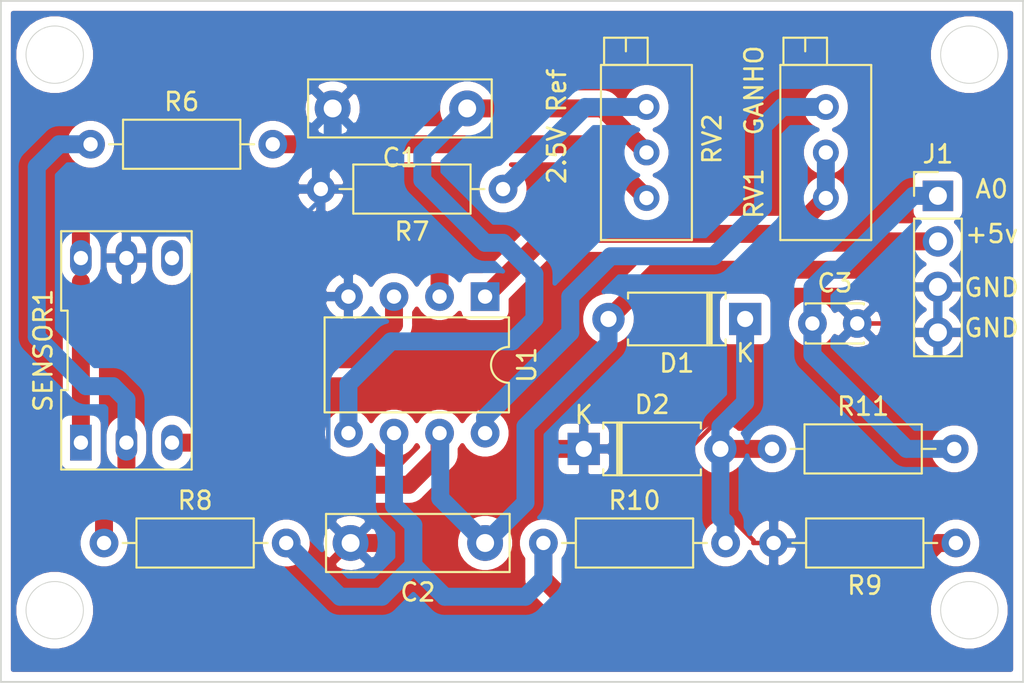
<source format=kicad_pcb>
(kicad_pcb (version 20171130) (host pcbnew "(5.1.6)-1")

  (general
    (thickness 1.6)
    (drawings 14)
    (tracks 133)
    (zones 0)
    (modules 16)
    (nets 13)
  )

  (page A4)
  (layers
    (0 F.Cu signal)
    (31 B.Cu signal)
    (32 B.Adhes user)
    (33 F.Adhes user)
    (34 B.Paste user)
    (35 F.Paste user)
    (36 B.SilkS user)
    (37 F.SilkS user)
    (38 B.Mask user)
    (39 F.Mask user)
    (40 Dwgs.User user)
    (41 Cmts.User user)
    (42 Eco1.User user)
    (43 Eco2.User user)
    (44 Edge.Cuts user)
    (45 Margin user)
    (46 B.CrtYd user)
    (47 F.CrtYd user)
    (48 B.Fab user)
    (49 F.Fab user hide)
  )

  (setup
    (last_trace_width 1)
    (user_trace_width 1)
    (trace_clearance 0.2)
    (zone_clearance 0.508)
    (zone_45_only no)
    (trace_min 0.2)
    (via_size 0.8)
    (via_drill 0.4)
    (via_min_size 0.4)
    (via_min_drill 0.3)
    (uvia_size 0.3)
    (uvia_drill 0.1)
    (uvias_allowed no)
    (uvia_min_size 0.2)
    (uvia_min_drill 0.1)
    (edge_width 0.05)
    (segment_width 0.2)
    (pcb_text_width 0.3)
    (pcb_text_size 1.5 1.5)
    (mod_edge_width 0.12)
    (mod_text_size 1 1)
    (mod_text_width 0.15)
    (pad_size 1.524 1.524)
    (pad_drill 0.762)
    (pad_to_mask_clearance 0.05)
    (aux_axis_origin 0 0)
    (visible_elements 7FFFFFFF)
    (pcbplotparams
      (layerselection 0x010fc_ffffffff)
      (usegerberextensions false)
      (usegerberattributes true)
      (usegerberadvancedattributes true)
      (creategerberjobfile true)
      (excludeedgelayer true)
      (linewidth 0.100000)
      (plotframeref false)
      (viasonmask false)
      (mode 1)
      (useauxorigin false)
      (hpglpennumber 1)
      (hpglpenspeed 20)
      (hpglpendiameter 15.000000)
      (psnegative false)
      (psa4output false)
      (plotreference true)
      (plotvalue true)
      (plotinvisibletext false)
      (padsonsilk false)
      (subtractmaskfromsilk false)
      (outputformat 1)
      (mirror false)
      (drillshape 1)
      (scaleselection 1)
      (outputdirectory ""))
  )

  (net 0 "")
  (net 1 GND)
  (net 2 "Net-(C1-Pad1)")
  (net 3 +5V)
  (net 4 A0)
  (net 5 "Net-(D1-Pad1)")
  (net 6 "Net-(R6-Pad2)")
  (net 7 "Net-(R7-Pad1)")
  (net 8 "Net-(R10-Pad1)")
  (net 9 "Net-(RV1-Pad3)")
  (net 10 "Net-(RV1-Pad1)")
  (net 11 "Net-(SENSOR1-Pad3)")
  (net 12 "Net-(SENSOR1-Pad1)")

  (net_class Default "This is the default net class."
    (clearance 0.2)
    (trace_width 0.25)
    (via_dia 0.8)
    (via_drill 0.4)
    (uvia_dia 0.3)
    (uvia_drill 0.1)
    (add_net +5V)
    (add_net A0)
    (add_net GND)
    (add_net "Net-(C1-Pad1)")
    (add_net "Net-(D1-Pad1)")
    (add_net "Net-(R10-Pad1)")
    (add_net "Net-(R6-Pad2)")
    (add_net "Net-(R7-Pad1)")
    (add_net "Net-(RV1-Pad1)")
    (add_net "Net-(RV1-Pad3)")
    (add_net "Net-(SENSOR1-Pad1)")
    (add_net "Net-(SENSOR1-Pad3)")
    (add_net "Net-(SENSOR1-Pad4)")
  )

  (module AD8021:DIP-6_405_ELL (layer F.Cu) (tedit 5EE81623) (tstamp 5EE85B58)
    (at 151 93.5)
    (path /5EE99D75)
    (fp_text reference SENSOR1 (at -4.64 0 90) (layer F.SilkS)
      (effects (font (size 1 1) (thickness 0.15)))
    )
    (fp_text value MPS20N0040d-S (at 0 0) (layer F.Fab)
      (effects (font (size 1 1) (thickness 0.15)))
    )
    (fp_line (start -3.64 6.65) (end 3.639999 6.65) (layer F.SilkS) (width 0.12))
    (fp_line (start 3.639999 6.65) (end 3.64 -6.65) (layer F.SilkS) (width 0.12))
    (fp_line (start 3.64 -6.65) (end -3.639999 -6.65) (layer F.SilkS) (width 0.12))
    (fp_line (start -3.639999 -6.65) (end -3.64 -2.216666) (layer F.SilkS) (width 0.12))
    (fp_line (start -3.64 -2.216666) (end -3.28 -2.216666) (layer F.SilkS) (width 0.12))
    (fp_line (start -3.28 -2.216666) (end -3.28 2.216666) (layer F.SilkS) (width 0.12))
    (fp_line (start -3.28 2.216666) (end -3.64 2.216666) (layer F.SilkS) (width 0.12))
    (fp_line (start -3.64 2.216666) (end -3.64 6.65) (layer F.SilkS) (width 0.12))
    (fp_line (start -3.39 -6.4) (end 3.39 -6.4) (layer F.CrtYd) (width 0.05))
    (fp_line (start 3.39 -6.4) (end 3.39 6.4) (layer F.CrtYd) (width 0.05))
    (fp_line (start 3.39 6.4) (end -3.39 6.4) (layer F.CrtYd) (width 0.05))
    (fp_line (start -3.39 6.4) (end -3.39 -6.4) (layer F.CrtYd) (width 0.05))
    (pad 3 thru_hole oval (at 2.54 5.15) (size 1.2 2) (drill 0.8) (layers *.Cu *.Mask)
      (net 11 "Net-(SENSOR1-Pad3)"))
    (pad 4 thru_hole oval (at 2.54 -5.15) (size 1.2 2) (drill 0.8) (layers *.Cu *.Mask))
    (pad 2 thru_hole oval (at 0 5.15) (size 1.2 2) (drill 0.8) (layers *.Cu *.Mask)
      (net 3 +5V))
    (pad 5 thru_hole oval (at 0 -5.15) (size 1.2 2) (drill 0.8) (layers *.Cu *.Mask)
      (net 1 GND))
    (pad 1 thru_hole rect (at -2.54 5.15) (size 1.2 2) (drill 0.8) (layers *.Cu *.Mask)
      (net 12 "Net-(SENSOR1-Pad1)"))
    (pad 6 thru_hole oval (at -2.54 -5.15) (size 1.2 2) (drill 0.8) (layers *.Cu *.Mask)
      (net 12 "Net-(SENSOR1-Pad1)"))
    (model D:/_paraNOVOpc/KiCad/MPS20N004D_3D.wrl
      (offset (xyz -2.9 5 -4.15))
      (scale (xyz 0.4 0.4 0.4))
      (rotate (xyz 0 0 90))
    )
  )

  (module Package_DIP:DIP-8_W7.62mm (layer F.Cu) (tedit 5EE8190B) (tstamp 5EE83B89)
    (at 171 90.5 270)
    (descr "8-lead though-hole mounted DIP package, row spacing 7.62 mm (300 mils)")
    (tags "THT DIP DIL PDIP 2.54mm 7.62mm 300mil")
    (path /5ED3DC50)
    (fp_text reference U1 (at 3.81 -2.33 270) (layer F.SilkS)
      (effects (font (size 1 1) (thickness 0.15)))
    )
    (fp_text value INA128 (at 3.81 9.95 270) (layer F.Fab)
      (effects (font (size 1 1) (thickness 0.15)))
    )
    (fp_text user %R (at 3.81 3.81 270) (layer F.Fab)
      (effects (font (size 1 1) (thickness 0.15)))
    )
    (fp_arc (start 3.81 -1.33) (end 2.81 -1.33) (angle -180) (layer F.SilkS) (width 0.12))
    (fp_line (start 1.635 -1.27) (end 6.985 -1.27) (layer F.Fab) (width 0.1))
    (fp_line (start 6.985 -1.27) (end 6.985 8.89) (layer F.Fab) (width 0.1))
    (fp_line (start 6.985 8.89) (end 0.635 8.89) (layer F.Fab) (width 0.1))
    (fp_line (start 0.635 8.89) (end 0.635 -0.27) (layer F.Fab) (width 0.1))
    (fp_line (start 0.635 -0.27) (end 1.635 -1.27) (layer F.Fab) (width 0.1))
    (fp_line (start 2.81 -1.33) (end 1.16 -1.33) (layer F.SilkS) (width 0.12))
    (fp_line (start 1.16 -1.33) (end 1.16 8.95) (layer F.SilkS) (width 0.12))
    (fp_line (start 1.16 8.95) (end 6.46 8.95) (layer F.SilkS) (width 0.12))
    (fp_line (start 6.46 8.95) (end 6.46 -1.33) (layer F.SilkS) (width 0.12))
    (fp_line (start 6.46 -1.33) (end 4.81 -1.33) (layer F.SilkS) (width 0.12))
    (fp_line (start -1.1 -1.55) (end -1.1 9.15) (layer F.CrtYd) (width 0.05))
    (fp_line (start -1.1 9.15) (end 8.7 9.15) (layer F.CrtYd) (width 0.05))
    (fp_line (start 8.7 9.15) (end 8.7 -1.55) (layer F.CrtYd) (width 0.05))
    (fp_line (start 8.7 -1.55) (end -1.1 -1.55) (layer F.CrtYd) (width 0.05))
    (pad 8 thru_hole oval (at 7.62 0 270) (size 1.6 1.6) (drill 0.8) (layers *.Cu *.Mask)
      (net 9 "Net-(RV1-Pad3)"))
    (pad 4 thru_hole oval (at 0 7.62 270) (size 1.6 1.6) (drill 0.8) (layers *.Cu *.Mask)
      (net 1 GND))
    (pad 7 thru_hole oval (at 7.62 2.54 270) (size 1.6 1.6) (drill 0.8) (layers *.Cu *.Mask)
      (net 3 +5V))
    (pad 3 thru_hole oval (at 0 5.08 270) (size 1.6 1.6) (drill 0.8) (layers *.Cu *.Mask)
      (net 11 "Net-(SENSOR1-Pad3)"))
    (pad 6 thru_hole oval (at 7.62 5.08 270) (size 1.6 1.6) (drill 0.8) (layers *.Cu *.Mask)
      (net 8 "Net-(R10-Pad1)"))
    (pad 2 thru_hole oval (at 0 2.54 270) (size 1.6 1.6) (drill 0.8) (layers *.Cu *.Mask)
      (net 12 "Net-(SENSOR1-Pad1)"))
    (pad 5 thru_hole oval (at 7.62 7.62 270) (size 1.6 1.6) (drill 0.8) (layers *.Cu *.Mask)
      (net 2 "Net-(C1-Pad1)"))
    (pad 1 thru_hole rect (at 0 0 270) (size 1.6 1.6) (drill 0.8) (layers *.Cu *.Mask)
      (net 10 "Net-(RV1-Pad1)"))
    (model ${KISYS3DMOD}/Package_DIP.3dshapes/DIP-8_W7.62mm.wrl
      (offset (xyz 0 0 3.5))
      (scale (xyz 1 1 1))
      (rotate (xyz 0 0 0))
    )
    (model ${KISYS3DMOD}/Package_DIP.3dshapes/DIP-8_W7.62mm_Socket.wrl
      (at (xyz 0 0 0))
      (scale (xyz 1 1 1))
      (rotate (xyz 0 0 0))
    )
  )

  (module Potentiometer_THT:Potentiometer_Bourns_3296X_Horizontal (layer F.Cu) (tedit 5A3D4994) (tstamp 5EE83B47)
    (at 190 85 270)
    (descr "Potentiometer, horizontal, Bourns 3296X, https://www.bourns.com/pdfs/3296.pdf")
    (tags "Potentiometer horizontal Bourns 3296X")
    (path /5ED45419)
    (fp_text reference RV1 (at -0.25 4 90) (layer F.SilkS)
      (effects (font (size 1 1) (thickness 0.15)))
    )
    (fp_text value 1k (at -3.3 3.67 90) (layer F.Fab)
      (effects (font (size 1 1) (thickness 0.15)))
    )
    (fp_line (start 2.5 -2.7) (end -9.1 -2.7) (layer F.CrtYd) (width 0.05))
    (fp_line (start 2.5 2.7) (end 2.5 -2.7) (layer F.CrtYd) (width 0.05))
    (fp_line (start -9.1 2.7) (end 2.5 2.7) (layer F.CrtYd) (width 0.05))
    (fp_line (start -9.1 -2.7) (end -9.1 2.7) (layer F.CrtYd) (width 0.05))
    (fp_line (start -8.945 1.15) (end -8.186 1.15) (layer F.SilkS) (width 0.12))
    (fp_line (start -7.426 -0.065) (end -7.426 2.365) (layer F.SilkS) (width 0.12))
    (fp_line (start -8.945 -0.065) (end -8.945 2.365) (layer F.SilkS) (width 0.12))
    (fp_line (start -8.945 2.365) (end -7.426 2.365) (layer F.SilkS) (width 0.12))
    (fp_line (start -8.945 -0.065) (end -7.426 -0.065) (layer F.SilkS) (width 0.12))
    (fp_line (start 2.345 -2.53) (end 2.345 2.54) (layer F.SilkS) (width 0.12))
    (fp_line (start -7.425 -2.53) (end -7.425 2.54) (layer F.SilkS) (width 0.12))
    (fp_line (start -7.425 2.54) (end 2.345 2.54) (layer F.SilkS) (width 0.12))
    (fp_line (start -7.425 -2.53) (end 2.345 -2.53) (layer F.SilkS) (width 0.12))
    (fp_line (start -8.825 1.15) (end -8.065 1.15) (layer F.Fab) (width 0.1))
    (fp_line (start -7.305 0.055) (end -8.825 0.055) (layer F.Fab) (width 0.1))
    (fp_line (start -7.305 2.245) (end -7.305 0.055) (layer F.Fab) (width 0.1))
    (fp_line (start -8.825 2.245) (end -7.305 2.245) (layer F.Fab) (width 0.1))
    (fp_line (start -8.825 0.055) (end -8.825 2.245) (layer F.Fab) (width 0.1))
    (fp_line (start 2.225 -2.41) (end -7.305 -2.41) (layer F.Fab) (width 0.1))
    (fp_line (start 2.225 2.42) (end 2.225 -2.41) (layer F.Fab) (width 0.1))
    (fp_line (start -7.305 2.42) (end 2.225 2.42) (layer F.Fab) (width 0.1))
    (fp_line (start -7.305 -2.41) (end -7.305 2.42) (layer F.Fab) (width 0.1))
    (fp_text user %R (at -2.54 0.005 90) (layer F.Fab)
      (effects (font (size 1 1) (thickness 0.15)))
    )
    (pad 3 thru_hole circle (at -5.08 0 270) (size 1.44 1.44) (drill 0.8) (layers *.Cu *.Mask)
      (net 9 "Net-(RV1-Pad3)"))
    (pad 2 thru_hole circle (at -2.54 0 270) (size 1.44 1.44) (drill 0.8) (layers *.Cu *.Mask)
      (net 10 "Net-(RV1-Pad1)"))
    (pad 1 thru_hole circle (at 0 0 270) (size 1.44 1.44) (drill 0.8) (layers *.Cu *.Mask)
      (net 10 "Net-(RV1-Pad1)"))
    (model ${KISYS3DMOD}/Potentiometer_THT.3dshapes/Potentiometer_Bourns_3296X_Horizontal.wrl
      (at (xyz 0 0 0))
      (scale (xyz 1 1 1))
      (rotate (xyz 0 0 0))
    )
  )

  (module Resistor_THT:R_Axial_DIN0207_L6.3mm_D2.5mm_P10.16mm_Horizontal (layer F.Cu) (tedit 5AE5139B) (tstamp 5EE83B26)
    (at 187 99)
    (descr "Resistor, Axial_DIN0207 series, Axial, Horizontal, pin pitch=10.16mm, 0.25W = 1/4W, length*diameter=6.3*2.5mm^2, http://cdn-reichelt.de/documents/datenblatt/B400/1_4W%23YAG.pdf")
    (tags "Resistor Axial_DIN0207 series Axial Horizontal pin pitch 10.16mm 0.25W = 1/4W length 6.3mm diameter 2.5mm")
    (path /5ED65243)
    (fp_text reference R11 (at 5.08 -2.37) (layer F.SilkS)
      (effects (font (size 1 1) (thickness 0.15)))
    )
    (fp_text value 6,8k (at 5.08 2.37) (layer F.Fab)
      (effects (font (size 1 1) (thickness 0.15)))
    )
    (fp_line (start 11.21 -1.5) (end -1.05 -1.5) (layer F.CrtYd) (width 0.05))
    (fp_line (start 11.21 1.5) (end 11.21 -1.5) (layer F.CrtYd) (width 0.05))
    (fp_line (start -1.05 1.5) (end 11.21 1.5) (layer F.CrtYd) (width 0.05))
    (fp_line (start -1.05 -1.5) (end -1.05 1.5) (layer F.CrtYd) (width 0.05))
    (fp_line (start 9.12 0) (end 8.35 0) (layer F.SilkS) (width 0.12))
    (fp_line (start 1.04 0) (end 1.81 0) (layer F.SilkS) (width 0.12))
    (fp_line (start 8.35 -1.37) (end 1.81 -1.37) (layer F.SilkS) (width 0.12))
    (fp_line (start 8.35 1.37) (end 8.35 -1.37) (layer F.SilkS) (width 0.12))
    (fp_line (start 1.81 1.37) (end 8.35 1.37) (layer F.SilkS) (width 0.12))
    (fp_line (start 1.81 -1.37) (end 1.81 1.37) (layer F.SilkS) (width 0.12))
    (fp_line (start 10.16 0) (end 8.23 0) (layer F.Fab) (width 0.1))
    (fp_line (start 0 0) (end 1.93 0) (layer F.Fab) (width 0.1))
    (fp_line (start 8.23 -1.25) (end 1.93 -1.25) (layer F.Fab) (width 0.1))
    (fp_line (start 8.23 1.25) (end 8.23 -1.25) (layer F.Fab) (width 0.1))
    (fp_line (start 1.93 1.25) (end 8.23 1.25) (layer F.Fab) (width 0.1))
    (fp_line (start 1.93 -1.25) (end 1.93 1.25) (layer F.Fab) (width 0.1))
    (fp_text user %R (at 5.08 0) (layer F.Fab)
      (effects (font (size 1 1) (thickness 0.15)))
    )
    (pad 2 thru_hole oval (at 10.16 0) (size 1.6 1.6) (drill 0.8) (layers *.Cu *.Mask)
      (net 4 A0))
    (pad 1 thru_hole circle (at 0 0) (size 1.6 1.6) (drill 0.8) (layers *.Cu *.Mask)
      (net 5 "Net-(D1-Pad1)"))
    (model ${KISYS3DMOD}/Resistor_THT.3dshapes/R_Axial_DIN0207_L6.3mm_D2.5mm_P10.16mm_Horizontal.wrl
      (at (xyz 0 0 0))
      (scale (xyz 1 1 1))
      (rotate (xyz 0 0 0))
    )
  )

  (module Resistor_THT:R_Axial_DIN0207_L6.3mm_D2.5mm_P10.16mm_Horizontal (layer F.Cu) (tedit 5AE5139B) (tstamp 5EE83B0F)
    (at 174.25 104.25)
    (descr "Resistor, Axial_DIN0207 series, Axial, Horizontal, pin pitch=10.16mm, 0.25W = 1/4W, length*diameter=6.3*2.5mm^2, http://cdn-reichelt.de/documents/datenblatt/B400/1_4W%23YAG.pdf")
    (tags "Resistor Axial_DIN0207 series Axial Horizontal pin pitch 10.16mm 0.25W = 1/4W length 6.3mm diameter 2.5mm")
    (path /5ED5EF57)
    (fp_text reference R10 (at 5.08 -2.37) (layer F.SilkS)
      (effects (font (size 1 1) (thickness 0.15)))
    )
    (fp_text value 100R (at 5.08 2.37) (layer F.Fab)
      (effects (font (size 1 1) (thickness 0.15)))
    )
    (fp_line (start 11.21 -1.5) (end -1.05 -1.5) (layer F.CrtYd) (width 0.05))
    (fp_line (start 11.21 1.5) (end 11.21 -1.5) (layer F.CrtYd) (width 0.05))
    (fp_line (start -1.05 1.5) (end 11.21 1.5) (layer F.CrtYd) (width 0.05))
    (fp_line (start -1.05 -1.5) (end -1.05 1.5) (layer F.CrtYd) (width 0.05))
    (fp_line (start 9.12 0) (end 8.35 0) (layer F.SilkS) (width 0.12))
    (fp_line (start 1.04 0) (end 1.81 0) (layer F.SilkS) (width 0.12))
    (fp_line (start 8.35 -1.37) (end 1.81 -1.37) (layer F.SilkS) (width 0.12))
    (fp_line (start 8.35 1.37) (end 8.35 -1.37) (layer F.SilkS) (width 0.12))
    (fp_line (start 1.81 1.37) (end 8.35 1.37) (layer F.SilkS) (width 0.12))
    (fp_line (start 1.81 -1.37) (end 1.81 1.37) (layer F.SilkS) (width 0.12))
    (fp_line (start 10.16 0) (end 8.23 0) (layer F.Fab) (width 0.1))
    (fp_line (start 0 0) (end 1.93 0) (layer F.Fab) (width 0.1))
    (fp_line (start 8.23 -1.25) (end 1.93 -1.25) (layer F.Fab) (width 0.1))
    (fp_line (start 8.23 1.25) (end 8.23 -1.25) (layer F.Fab) (width 0.1))
    (fp_line (start 1.93 1.25) (end 8.23 1.25) (layer F.Fab) (width 0.1))
    (fp_line (start 1.93 -1.25) (end 1.93 1.25) (layer F.Fab) (width 0.1))
    (fp_text user %R (at 5.08 0) (layer F.Fab)
      (effects (font (size 1 1) (thickness 0.15)))
    )
    (pad 2 thru_hole oval (at 10.16 0) (size 1.6 1.6) (drill 0.8) (layers *.Cu *.Mask)
      (net 5 "Net-(D1-Pad1)"))
    (pad 1 thru_hole circle (at 0 0) (size 1.6 1.6) (drill 0.8) (layers *.Cu *.Mask)
      (net 8 "Net-(R10-Pad1)"))
    (model ${KISYS3DMOD}/Resistor_THT.3dshapes/R_Axial_DIN0207_L6.3mm_D2.5mm_P10.16mm_Horizontal.wrl
      (at (xyz 0 0 0))
      (scale (xyz 1 1 1))
      (rotate (xyz 0 0 0))
    )
  )

  (module Resistor_THT:R_Axial_DIN0207_L6.3mm_D2.5mm_P10.16mm_Horizontal (layer F.Cu) (tedit 5AE5139B) (tstamp 5EE8654C)
    (at 197.25 104.25 180)
    (descr "Resistor, Axial_DIN0207 series, Axial, Horizontal, pin pitch=10.16mm, 0.25W = 1/4W, length*diameter=6.3*2.5mm^2, http://cdn-reichelt.de/documents/datenblatt/B400/1_4W%23YAG.pdf")
    (tags "Resistor Axial_DIN0207 series Axial Horizontal pin pitch 10.16mm 0.25W = 1/4W length 6.3mm diameter 2.5mm")
    (path /5ED5EAEB)
    (fp_text reference R9 (at 5.08 -2.37) (layer F.SilkS)
      (effects (font (size 1 1) (thickness 0.15)))
    )
    (fp_text value 10k (at 5.08 2.37) (layer F.Fab)
      (effects (font (size 1 1) (thickness 0.15)))
    )
    (fp_line (start 1.93 -1.25) (end 1.93 1.25) (layer F.Fab) (width 0.1))
    (fp_line (start 1.93 1.25) (end 8.23 1.25) (layer F.Fab) (width 0.1))
    (fp_line (start 8.23 1.25) (end 8.23 -1.25) (layer F.Fab) (width 0.1))
    (fp_line (start 8.23 -1.25) (end 1.93 -1.25) (layer F.Fab) (width 0.1))
    (fp_line (start 0 0) (end 1.93 0) (layer F.Fab) (width 0.1))
    (fp_line (start 10.16 0) (end 8.23 0) (layer F.Fab) (width 0.1))
    (fp_line (start 1.81 -1.37) (end 1.81 1.37) (layer F.SilkS) (width 0.12))
    (fp_line (start 1.81 1.37) (end 8.35 1.37) (layer F.SilkS) (width 0.12))
    (fp_line (start 8.35 1.37) (end 8.35 -1.37) (layer F.SilkS) (width 0.12))
    (fp_line (start 8.35 -1.37) (end 1.81 -1.37) (layer F.SilkS) (width 0.12))
    (fp_line (start 1.04 0) (end 1.81 0) (layer F.SilkS) (width 0.12))
    (fp_line (start 9.12 0) (end 8.35 0) (layer F.SilkS) (width 0.12))
    (fp_line (start -1.05 -1.5) (end -1.05 1.5) (layer F.CrtYd) (width 0.05))
    (fp_line (start -1.05 1.5) (end 11.21 1.5) (layer F.CrtYd) (width 0.05))
    (fp_line (start 11.21 1.5) (end 11.21 -1.5) (layer F.CrtYd) (width 0.05))
    (fp_line (start 11.21 -1.5) (end -1.05 -1.5) (layer F.CrtYd) (width 0.05))
    (fp_text user %R (at 5.08 0 270) (layer F.Fab)
      (effects (font (size 1 1) (thickness 0.15)))
    )
    (pad 1 thru_hole circle (at 0 0 180) (size 1.6 1.6) (drill 0.8) (layers *.Cu *.Mask)
      (net 8 "Net-(R10-Pad1)"))
    (pad 2 thru_hole oval (at 10.16 0 180) (size 1.6 1.6) (drill 0.8) (layers *.Cu *.Mask)
      (net 1 GND))
    (model ${KISYS3DMOD}/Resistor_THT.3dshapes/R_Axial_DIN0207_L6.3mm_D2.5mm_P10.16mm_Horizontal.wrl
      (at (xyz 0 0 0))
      (scale (xyz 1 1 1))
      (rotate (xyz 0 0 0))
    )
  )

  (module Resistor_THT:R_Axial_DIN0207_L6.3mm_D2.5mm_P10.16mm_Horizontal (layer F.Cu) (tedit 5AE5139B) (tstamp 5EE83AE1)
    (at 149.75 104.25)
    (descr "Resistor, Axial_DIN0207 series, Axial, Horizontal, pin pitch=10.16mm, 0.25W = 1/4W, length*diameter=6.3*2.5mm^2, http://cdn-reichelt.de/documents/datenblatt/B400/1_4W%23YAG.pdf")
    (tags "Resistor Axial_DIN0207 series Axial Horizontal pin pitch 10.16mm 0.25W = 1/4W length 6.3mm diameter 2.5mm")
    (path /5ED5E460)
    (fp_text reference R8 (at 5.08 -2.37) (layer F.SilkS)
      (effects (font (size 1 1) (thickness 0.15)))
    )
    (fp_text value 10k (at 5.08 2.37) (layer F.Fab)
      (effects (font (size 1 1) (thickness 0.15)))
    )
    (fp_line (start 11.21 -1.5) (end -1.05 -1.5) (layer F.CrtYd) (width 0.05))
    (fp_line (start 11.21 1.5) (end 11.21 -1.5) (layer F.CrtYd) (width 0.05))
    (fp_line (start -1.05 1.5) (end 11.21 1.5) (layer F.CrtYd) (width 0.05))
    (fp_line (start -1.05 -1.5) (end -1.05 1.5) (layer F.CrtYd) (width 0.05))
    (fp_line (start 9.12 0) (end 8.35 0) (layer F.SilkS) (width 0.12))
    (fp_line (start 1.04 0) (end 1.81 0) (layer F.SilkS) (width 0.12))
    (fp_line (start 8.35 -1.37) (end 1.81 -1.37) (layer F.SilkS) (width 0.12))
    (fp_line (start 8.35 1.37) (end 8.35 -1.37) (layer F.SilkS) (width 0.12))
    (fp_line (start 1.81 1.37) (end 8.35 1.37) (layer F.SilkS) (width 0.12))
    (fp_line (start 1.81 -1.37) (end 1.81 1.37) (layer F.SilkS) (width 0.12))
    (fp_line (start 10.16 0) (end 8.23 0) (layer F.Fab) (width 0.1))
    (fp_line (start 0 0) (end 1.93 0) (layer F.Fab) (width 0.1))
    (fp_line (start 8.23 -1.25) (end 1.93 -1.25) (layer F.Fab) (width 0.1))
    (fp_line (start 8.23 1.25) (end 8.23 -1.25) (layer F.Fab) (width 0.1))
    (fp_line (start 1.93 1.25) (end 8.23 1.25) (layer F.Fab) (width 0.1))
    (fp_line (start 1.93 -1.25) (end 1.93 1.25) (layer F.Fab) (width 0.1))
    (fp_text user %R (at 5.08 0) (layer F.Fab)
      (effects (font (size 1 1) (thickness 0.15)))
    )
    (pad 2 thru_hole oval (at 10.16 0) (size 1.6 1.6) (drill 0.8) (layers *.Cu *.Mask)
      (net 8 "Net-(R10-Pad1)"))
    (pad 1 thru_hole circle (at 0 0) (size 1.6 1.6) (drill 0.8) (layers *.Cu *.Mask)
      (net 3 +5V))
    (model ${KISYS3DMOD}/Resistor_THT.3dshapes/R_Axial_DIN0207_L6.3mm_D2.5mm_P10.16mm_Horizontal.wrl
      (at (xyz 0 0 0))
      (scale (xyz 1 1 1))
      (rotate (xyz 0 0 0))
    )
  )

  (module Resistor_THT:R_Axial_DIN0207_L6.3mm_D2.5mm_P10.16mm_Horizontal (layer F.Cu) (tedit 5AE5139B) (tstamp 5EE83ACA)
    (at 172 84.5 180)
    (descr "Resistor, Axial_DIN0207 series, Axial, Horizontal, pin pitch=10.16mm, 0.25W = 1/4W, length*diameter=6.3*2.5mm^2, http://cdn-reichelt.de/documents/datenblatt/B400/1_4W%23YAG.pdf")
    (tags "Resistor Axial_DIN0207 series Axial Horizontal pin pitch 10.16mm 0.25W = 1/4W length 6.3mm diameter 2.5mm")
    (path /5ED4F7D8)
    (fp_text reference R7 (at 5.08 -2.37) (layer F.SilkS)
      (effects (font (size 1 1) (thickness 0.15)))
    )
    (fp_text value 3,3k (at 5.08 2.37) (layer F.Fab)
      (effects (font (size 1 1) (thickness 0.15)))
    )
    (fp_line (start 11.21 -1.5) (end -1.05 -1.5) (layer F.CrtYd) (width 0.05))
    (fp_line (start 11.21 1.5) (end 11.21 -1.5) (layer F.CrtYd) (width 0.05))
    (fp_line (start -1.05 1.5) (end 11.21 1.5) (layer F.CrtYd) (width 0.05))
    (fp_line (start -1.05 -1.5) (end -1.05 1.5) (layer F.CrtYd) (width 0.05))
    (fp_line (start 9.12 0) (end 8.35 0) (layer F.SilkS) (width 0.12))
    (fp_line (start 1.04 0) (end 1.81 0) (layer F.SilkS) (width 0.12))
    (fp_line (start 8.35 -1.37) (end 1.81 -1.37) (layer F.SilkS) (width 0.12))
    (fp_line (start 8.35 1.37) (end 8.35 -1.37) (layer F.SilkS) (width 0.12))
    (fp_line (start 1.81 1.37) (end 8.35 1.37) (layer F.SilkS) (width 0.12))
    (fp_line (start 1.81 -1.37) (end 1.81 1.37) (layer F.SilkS) (width 0.12))
    (fp_line (start 10.16 0) (end 8.23 0) (layer F.Fab) (width 0.1))
    (fp_line (start 0 0) (end 1.93 0) (layer F.Fab) (width 0.1))
    (fp_line (start 8.23 -1.25) (end 1.93 -1.25) (layer F.Fab) (width 0.1))
    (fp_line (start 8.23 1.25) (end 8.23 -1.25) (layer F.Fab) (width 0.1))
    (fp_line (start 1.93 1.25) (end 8.23 1.25) (layer F.Fab) (width 0.1))
    (fp_line (start 1.93 -1.25) (end 1.93 1.25) (layer F.Fab) (width 0.1))
    (fp_text user %R (at 5.08 -0.21) (layer F.Fab)
      (effects (font (size 1 1) (thickness 0.15)))
    )
    (pad 2 thru_hole oval (at 10.16 0 180) (size 1.6 1.6) (drill 0.8) (layers *.Cu *.Mask)
      (net 1 GND))
    (pad 1 thru_hole circle (at 0 0 180) (size 1.6 1.6) (drill 0.8) (layers *.Cu *.Mask)
      (net 7 "Net-(R7-Pad1)"))
    (model ${KISYS3DMOD}/Resistor_THT.3dshapes/R_Axial_DIN0207_L6.3mm_D2.5mm_P10.16mm_Horizontal.wrl
      (at (xyz 0 0 0))
      (scale (xyz 1 1 1))
      (rotate (xyz 0 0 0))
    )
  )

  (module Diode_THT:D_A-405_P7.62mm_Horizontal (layer F.Cu) (tedit 5AE50CD5) (tstamp 5EE83A28)
    (at 176.5 99)
    (descr "Diode, A-405 series, Axial, Horizontal, pin pitch=7.62mm, , length*diameter=5.2*2.7mm^2, , http://www.diodes.com/_files/packages/A-405.pdf")
    (tags "Diode A-405 series Axial Horizontal pin pitch 7.62mm  length 5.2mm diameter 2.7mm")
    (path /5ED624EB)
    (fp_text reference D2 (at 3.81 -2.47) (layer F.SilkS)
      (effects (font (size 1 1) (thickness 0.15)))
    )
    (fp_text value DIODE (at 3.81 2.47) (layer F.Fab)
      (effects (font (size 1 1) (thickness 0.15)))
    )
    (fp_line (start 8.77 -1.6) (end -1.15 -1.6) (layer F.CrtYd) (width 0.05))
    (fp_line (start 8.77 1.6) (end 8.77 -1.6) (layer F.CrtYd) (width 0.05))
    (fp_line (start -1.15 1.6) (end 8.77 1.6) (layer F.CrtYd) (width 0.05))
    (fp_line (start -1.15 -1.6) (end -1.15 1.6) (layer F.CrtYd) (width 0.05))
    (fp_line (start 1.87 -1.47) (end 1.87 1.47) (layer F.SilkS) (width 0.12))
    (fp_line (start 2.11 -1.47) (end 2.11 1.47) (layer F.SilkS) (width 0.12))
    (fp_line (start 1.99 -1.47) (end 1.99 1.47) (layer F.SilkS) (width 0.12))
    (fp_line (start 6.53 1.47) (end 6.53 1.14) (layer F.SilkS) (width 0.12))
    (fp_line (start 1.09 1.47) (end 6.53 1.47) (layer F.SilkS) (width 0.12))
    (fp_line (start 1.09 1.14) (end 1.09 1.47) (layer F.SilkS) (width 0.12))
    (fp_line (start 6.53 -1.47) (end 6.53 -1.14) (layer F.SilkS) (width 0.12))
    (fp_line (start 1.09 -1.47) (end 6.53 -1.47) (layer F.SilkS) (width 0.12))
    (fp_line (start 1.09 -1.14) (end 1.09 -1.47) (layer F.SilkS) (width 0.12))
    (fp_line (start 1.89 -1.35) (end 1.89 1.35) (layer F.Fab) (width 0.1))
    (fp_line (start 2.09 -1.35) (end 2.09 1.35) (layer F.Fab) (width 0.1))
    (fp_line (start 1.99 -1.35) (end 1.99 1.35) (layer F.Fab) (width 0.1))
    (fp_line (start 7.62 0) (end 6.41 0) (layer F.Fab) (width 0.1))
    (fp_line (start 0 0) (end 1.21 0) (layer F.Fab) (width 0.1))
    (fp_line (start 6.41 -1.35) (end 1.21 -1.35) (layer F.Fab) (width 0.1))
    (fp_line (start 6.41 1.35) (end 6.41 -1.35) (layer F.Fab) (width 0.1))
    (fp_line (start 1.21 1.35) (end 6.41 1.35) (layer F.Fab) (width 0.1))
    (fp_line (start 1.21 -1.35) (end 1.21 1.35) (layer F.Fab) (width 0.1))
    (fp_text user K (at 0 -1.9) (layer F.SilkS)
      (effects (font (size 1 1) (thickness 0.15)))
    )
    (fp_text user K (at 0 -1.9) (layer F.Fab)
      (effects (font (size 1 1) (thickness 0.15)))
    )
    (fp_text user %R (at 4 0) (layer F.Fab)
      (effects (font (size 1 1) (thickness 0.15)))
    )
    (pad 2 thru_hole oval (at 7.62 0) (size 1.8 1.8) (drill 0.9) (layers *.Cu *.Mask)
      (net 5 "Net-(D1-Pad1)"))
    (pad 1 thru_hole rect (at 0 0) (size 1.8 1.8) (drill 0.9) (layers *.Cu *.Mask)
      (net 1 GND))
    (model ${KISYS3DMOD}/Diode_THT.3dshapes/D_A-405_P7.62mm_Horizontal.wrl
      (at (xyz 0 0 0))
      (scale (xyz 1 1 1))
      (rotate (xyz 0 0 0))
    )
  )

  (module Resistor_THT:R_Axial_DIN0207_L6.3mm_D2.5mm_P10.16mm_Horizontal (layer F.Cu) (tedit 5AE5139B) (tstamp 5EE83AB3)
    (at 149 82)
    (descr "Resistor, Axial_DIN0207 series, Axial, Horizontal, pin pitch=10.16mm, 0.25W = 1/4W, length*diameter=6.3*2.5mm^2, http://cdn-reichelt.de/documents/datenblatt/B400/1_4W%23YAG.pdf")
    (tags "Resistor Axial_DIN0207 series Axial Horizontal pin pitch 10.16mm 0.25W = 1/4W length 6.3mm diameter 2.5mm")
    (path /5ED573C6)
    (fp_text reference R6 (at 5.08 -2.37) (layer F.SilkS)
      (effects (font (size 1 1) (thickness 0.15)))
    )
    (fp_text value 3,3k (at 5.08 2.37) (layer F.Fab)
      (effects (font (size 1 1) (thickness 0.15)))
    )
    (fp_line (start 11.21 -1.5) (end -1.05 -1.5) (layer F.CrtYd) (width 0.05))
    (fp_line (start 11.21 1.5) (end 11.21 -1.5) (layer F.CrtYd) (width 0.05))
    (fp_line (start -1.05 1.5) (end 11.21 1.5) (layer F.CrtYd) (width 0.05))
    (fp_line (start -1.05 -1.5) (end -1.05 1.5) (layer F.CrtYd) (width 0.05))
    (fp_line (start 9.12 0) (end 8.35 0) (layer F.SilkS) (width 0.12))
    (fp_line (start 1.04 0) (end 1.81 0) (layer F.SilkS) (width 0.12))
    (fp_line (start 8.35 -1.37) (end 1.81 -1.37) (layer F.SilkS) (width 0.12))
    (fp_line (start 8.35 1.37) (end 8.35 -1.37) (layer F.SilkS) (width 0.12))
    (fp_line (start 1.81 1.37) (end 8.35 1.37) (layer F.SilkS) (width 0.12))
    (fp_line (start 1.81 -1.37) (end 1.81 1.37) (layer F.SilkS) (width 0.12))
    (fp_line (start 10.16 0) (end 8.23 0) (layer F.Fab) (width 0.1))
    (fp_line (start 0 0) (end 1.93 0) (layer F.Fab) (width 0.1))
    (fp_line (start 8.23 -1.25) (end 1.93 -1.25) (layer F.Fab) (width 0.1))
    (fp_line (start 8.23 1.25) (end 8.23 -1.25) (layer F.Fab) (width 0.1))
    (fp_line (start 1.93 1.25) (end 8.23 1.25) (layer F.Fab) (width 0.1))
    (fp_line (start 1.93 -1.25) (end 1.93 1.25) (layer F.Fab) (width 0.1))
    (fp_text user %R (at 5.08 0) (layer F.Fab)
      (effects (font (size 1 1) (thickness 0.15)))
    )
    (pad 2 thru_hole oval (at 10.16 0) (size 1.6 1.6) (drill 0.8) (layers *.Cu *.Mask)
      (net 6 "Net-(R6-Pad2)"))
    (pad 1 thru_hole circle (at 0 0) (size 1.6 1.6) (drill 0.8) (layers *.Cu *.Mask)
      (net 3 +5V))
    (model ${KISYS3DMOD}/Resistor_THT.3dshapes/R_Axial_DIN0207_L6.3mm_D2.5mm_P10.16mm_Horizontal.wrl
      (at (xyz 0 0 0))
      (scale (xyz 1 1 1))
      (rotate (xyz 0 0 0))
    )
  )

  (module Diode_THT:D_A-405_P7.62mm_Horizontal (layer F.Cu) (tedit 5AE50CD5) (tstamp 5EE83A09)
    (at 185.5 91.75 180)
    (descr "Diode, A-405 series, Axial, Horizontal, pin pitch=7.62mm, , length*diameter=5.2*2.7mm^2, , http://www.diodes.com/_files/packages/A-405.pdf")
    (tags "Diode A-405 series Axial Horizontal pin pitch 7.62mm  length 5.2mm diameter 2.7mm")
    (path /5ED61344)
    (fp_text reference D1 (at 3.81 -2.47) (layer F.SilkS)
      (effects (font (size 1 1) (thickness 0.15)))
    )
    (fp_text value DIODE (at 3.81 2.47) (layer F.Fab)
      (effects (font (size 1 1) (thickness 0.15)))
    )
    (fp_line (start 8.77 -1.6) (end -1.15 -1.6) (layer F.CrtYd) (width 0.05))
    (fp_line (start 8.77 1.6) (end 8.77 -1.6) (layer F.CrtYd) (width 0.05))
    (fp_line (start -1.15 1.6) (end 8.77 1.6) (layer F.CrtYd) (width 0.05))
    (fp_line (start -1.15 -1.6) (end -1.15 1.6) (layer F.CrtYd) (width 0.05))
    (fp_line (start 1.87 -1.47) (end 1.87 1.47) (layer F.SilkS) (width 0.12))
    (fp_line (start 2.11 -1.47) (end 2.11 1.47) (layer F.SilkS) (width 0.12))
    (fp_line (start 1.99 -1.47) (end 1.99 1.47) (layer F.SilkS) (width 0.12))
    (fp_line (start 6.53 1.47) (end 6.53 1.14) (layer F.SilkS) (width 0.12))
    (fp_line (start 1.09 1.47) (end 6.53 1.47) (layer F.SilkS) (width 0.12))
    (fp_line (start 1.09 1.14) (end 1.09 1.47) (layer F.SilkS) (width 0.12))
    (fp_line (start 6.53 -1.47) (end 6.53 -1.14) (layer F.SilkS) (width 0.12))
    (fp_line (start 1.09 -1.47) (end 6.53 -1.47) (layer F.SilkS) (width 0.12))
    (fp_line (start 1.09 -1.14) (end 1.09 -1.47) (layer F.SilkS) (width 0.12))
    (fp_line (start 1.89 -1.35) (end 1.89 1.35) (layer F.Fab) (width 0.1))
    (fp_line (start 2.09 -1.35) (end 2.09 1.35) (layer F.Fab) (width 0.1))
    (fp_line (start 1.99 -1.35) (end 1.99 1.35) (layer F.Fab) (width 0.1))
    (fp_line (start 7.62 0) (end 6.41 0) (layer F.Fab) (width 0.1))
    (fp_line (start 0 0) (end 1.21 0) (layer F.Fab) (width 0.1))
    (fp_line (start 6.41 -1.35) (end 1.21 -1.35) (layer F.Fab) (width 0.1))
    (fp_line (start 6.41 1.35) (end 6.41 -1.35) (layer F.Fab) (width 0.1))
    (fp_line (start 1.21 1.35) (end 6.41 1.35) (layer F.Fab) (width 0.1))
    (fp_line (start 1.21 -1.35) (end 1.21 1.35) (layer F.Fab) (width 0.1))
    (fp_text user K (at 0 -1.9) (layer F.SilkS)
      (effects (font (size 1 1) (thickness 0.15)))
    )
    (fp_text user K (at 0 -1.9) (layer F.Fab)
      (effects (font (size 1 1) (thickness 0.15)))
    )
    (fp_text user %R (at 4.2 0) (layer F.Fab)
      (effects (font (size 1 1) (thickness 0.15)))
    )
    (pad 2 thru_hole oval (at 7.62 0 180) (size 1.8 1.8) (drill 0.9) (layers *.Cu *.Mask)
      (net 3 +5V))
    (pad 1 thru_hole rect (at 0 0 180) (size 1.8 1.8) (drill 0.9) (layers *.Cu *.Mask)
      (net 5 "Net-(D1-Pad1)"))
    (model ${KISYS3DMOD}/Diode_THT.3dshapes/D_A-405_P7.62mm_Horizontal.wrl
      (at (xyz 0 0 0))
      (scale (xyz 1 1 1))
      (rotate (xyz 0 0 0))
    )
  )

  (module Potentiometer_THT:Potentiometer_Bourns_3296X_Horizontal (layer F.Cu) (tedit 5A3D4994) (tstamp 5EE83B65)
    (at 180 85 270)
    (descr "Potentiometer, horizontal, Bourns 3296X, https://www.bourns.com/pdfs/3296.pdf")
    (tags "Potentiometer horizontal Bourns 3296X")
    (path /5ED4BE31)
    (fp_text reference RV2 (at -3.3 -3.66 90) (layer F.SilkS)
      (effects (font (size 1 1) (thickness 0.15)))
    )
    (fp_text value 2k (at -3.3 3.67 90) (layer F.Fab)
      (effects (font (size 1 1) (thickness 0.15)))
    )
    (fp_line (start -7.305 -2.41) (end -7.305 2.42) (layer F.Fab) (width 0.1))
    (fp_line (start -7.305 2.42) (end 2.225 2.42) (layer F.Fab) (width 0.1))
    (fp_line (start 2.225 2.42) (end 2.225 -2.41) (layer F.Fab) (width 0.1))
    (fp_line (start 2.225 -2.41) (end -7.305 -2.41) (layer F.Fab) (width 0.1))
    (fp_line (start -8.825 0.055) (end -8.825 2.245) (layer F.Fab) (width 0.1))
    (fp_line (start -8.825 2.245) (end -7.305 2.245) (layer F.Fab) (width 0.1))
    (fp_line (start -7.305 2.245) (end -7.305 0.055) (layer F.Fab) (width 0.1))
    (fp_line (start -7.305 0.055) (end -8.825 0.055) (layer F.Fab) (width 0.1))
    (fp_line (start -8.825 1.15) (end -8.065 1.15) (layer F.Fab) (width 0.1))
    (fp_line (start -7.425 -2.53) (end 2.345 -2.53) (layer F.SilkS) (width 0.12))
    (fp_line (start -7.425 2.54) (end 2.345 2.54) (layer F.SilkS) (width 0.12))
    (fp_line (start -7.425 -2.53) (end -7.425 2.54) (layer F.SilkS) (width 0.12))
    (fp_line (start 2.345 -2.53) (end 2.345 2.54) (layer F.SilkS) (width 0.12))
    (fp_line (start -8.945 -0.065) (end -7.426 -0.065) (layer F.SilkS) (width 0.12))
    (fp_line (start -8.945 2.365) (end -7.426 2.365) (layer F.SilkS) (width 0.12))
    (fp_line (start -8.945 -0.065) (end -8.945 2.365) (layer F.SilkS) (width 0.12))
    (fp_line (start -7.426 -0.065) (end -7.426 2.365) (layer F.SilkS) (width 0.12))
    (fp_line (start -8.945 1.15) (end -8.186 1.15) (layer F.SilkS) (width 0.12))
    (fp_line (start -9.1 -2.7) (end -9.1 2.7) (layer F.CrtYd) (width 0.05))
    (fp_line (start -9.1 2.7) (end 2.5 2.7) (layer F.CrtYd) (width 0.05))
    (fp_line (start 2.5 2.7) (end 2.5 -2.7) (layer F.CrtYd) (width 0.05))
    (fp_line (start 2.5 -2.7) (end -9.1 -2.7) (layer F.CrtYd) (width 0.05))
    (fp_text user %R (at -2.54 0.005 90) (layer F.Fab)
      (effects (font (size 1 1) (thickness 0.15)))
    )
    (pad 3 thru_hole circle (at -5.08 0 270) (size 1.44 1.44) (drill 0.8) (layers *.Cu *.Mask)
      (net 7 "Net-(R7-Pad1)"))
    (pad 2 thru_hole circle (at -2.54 0 270) (size 1.44 1.44) (drill 0.8) (layers *.Cu *.Mask)
      (net 2 "Net-(C1-Pad1)"))
    (pad 1 thru_hole circle (at 0 0 270) (size 1.44 1.44) (drill 0.8) (layers *.Cu *.Mask)
      (net 6 "Net-(R6-Pad2)"))
    (model ${KISYS3DMOD}/Potentiometer_THT.3dshapes/Potentiometer_Bourns_3296X_Horizontal.wrl
      (at (xyz 0 0 0))
      (scale (xyz 1 1 1))
      (rotate (xyz 0 0 0))
    )
  )

  (module Connector_PinHeader_2.54mm:PinHeader_1x04_P2.54mm_Vertical (layer F.Cu) (tedit 59FED5CC) (tstamp 5EE83A40)
    (at 196.25 84.88)
    (descr "Through hole straight pin header, 1x04, 2.54mm pitch, single row")
    (tags "Through hole pin header THT 1x04 2.54mm single row")
    (path /5EE7F062)
    (fp_text reference J1 (at 0 -2.33) (layer F.SilkS)
      (effects (font (size 1 1) (thickness 0.15)))
    )
    (fp_text value Conn_01x04_Male (at 0 9.95) (layer F.Fab)
      (effects (font (size 1 1) (thickness 0.15)))
    )
    (fp_line (start -0.635 -1.27) (end 1.27 -1.27) (layer F.Fab) (width 0.1))
    (fp_line (start 1.27 -1.27) (end 1.27 8.89) (layer F.Fab) (width 0.1))
    (fp_line (start 1.27 8.89) (end -1.27 8.89) (layer F.Fab) (width 0.1))
    (fp_line (start -1.27 8.89) (end -1.27 -0.635) (layer F.Fab) (width 0.1))
    (fp_line (start -1.27 -0.635) (end -0.635 -1.27) (layer F.Fab) (width 0.1))
    (fp_line (start -1.33 8.95) (end 1.33 8.95) (layer F.SilkS) (width 0.12))
    (fp_line (start -1.33 1.27) (end -1.33 8.95) (layer F.SilkS) (width 0.12))
    (fp_line (start 1.33 1.27) (end 1.33 8.95) (layer F.SilkS) (width 0.12))
    (fp_line (start -1.33 1.27) (end 1.33 1.27) (layer F.SilkS) (width 0.12))
    (fp_line (start -1.33 0) (end -1.33 -1.33) (layer F.SilkS) (width 0.12))
    (fp_line (start -1.33 -1.33) (end 0 -1.33) (layer F.SilkS) (width 0.12))
    (fp_line (start -1.8 -1.8) (end -1.8 9.4) (layer F.CrtYd) (width 0.05))
    (fp_line (start -1.8 9.4) (end 1.8 9.4) (layer F.CrtYd) (width 0.05))
    (fp_line (start 1.8 9.4) (end 1.8 -1.8) (layer F.CrtYd) (width 0.05))
    (fp_line (start 1.8 -1.8) (end -1.8 -1.8) (layer F.CrtYd) (width 0.05))
    (fp_text user %R (at 0 3.81 90) (layer F.Fab)
      (effects (font (size 1 1) (thickness 0.15)))
    )
    (pad 4 thru_hole oval (at 0 7.62) (size 1.7 1.7) (drill 1) (layers *.Cu *.Mask)
      (net 1 GND))
    (pad 3 thru_hole oval (at 0 5.08) (size 1.7 1.7) (drill 1) (layers *.Cu *.Mask)
      (net 1 GND))
    (pad 2 thru_hole oval (at 0 2.54) (size 1.7 1.7) (drill 1) (layers *.Cu *.Mask)
      (net 3 +5V))
    (pad 1 thru_hole rect (at 0 0) (size 1.7 1.7) (drill 1) (layers *.Cu *.Mask)
      (net 4 A0))
    (model ${KISYS3DMOD}/Connector_PinHeader_2.54mm.3dshapes/PinHeader_1x04_P2.54mm_Vertical.wrl
      (at (xyz 0 0 0))
      (scale (xyz 1 1 1))
      (rotate (xyz 0 0 0))
    )
  )

  (module Capacitor_THT:C_Disc_D3.0mm_W2.0mm_P2.50mm (layer F.Cu) (tedit 5AE50EF0) (tstamp 5EE87464)
    (at 189.25 92)
    (descr "C, Disc series, Radial, pin pitch=2.50mm, , diameter*width=3*2mm^2, Capacitor")
    (tags "C Disc series Radial pin pitch 2.50mm  diameter 3mm width 2mm Capacitor")
    (path /5ED660EB)
    (fp_text reference C3 (at 1.25 -2.25) (layer F.SilkS)
      (effects (font (size 1 1) (thickness 0.15)))
    )
    (fp_text value 200pF (at 1.25 2.25) (layer F.Fab)
      (effects (font (size 1 1) (thickness 0.15)))
    )
    (fp_line (start -0.25 -1) (end -0.25 1) (layer F.Fab) (width 0.1))
    (fp_line (start -0.25 1) (end 2.75 1) (layer F.Fab) (width 0.1))
    (fp_line (start 2.75 1) (end 2.75 -1) (layer F.Fab) (width 0.1))
    (fp_line (start 2.75 -1) (end -0.25 -1) (layer F.Fab) (width 0.1))
    (fp_line (start -0.37 -1.12) (end 2.87 -1.12) (layer F.SilkS) (width 0.12))
    (fp_line (start -0.37 1.12) (end 2.87 1.12) (layer F.SilkS) (width 0.12))
    (fp_line (start -0.37 -1.12) (end -0.37 -1.055) (layer F.SilkS) (width 0.12))
    (fp_line (start -0.37 1.055) (end -0.37 1.12) (layer F.SilkS) (width 0.12))
    (fp_line (start 2.87 -1.12) (end 2.87 -1.055) (layer F.SilkS) (width 0.12))
    (fp_line (start 2.87 1.055) (end 2.87 1.12) (layer F.SilkS) (width 0.12))
    (fp_line (start -1.05 -1.25) (end -1.05 1.25) (layer F.CrtYd) (width 0.05))
    (fp_line (start -1.05 1.25) (end 3.55 1.25) (layer F.CrtYd) (width 0.05))
    (fp_line (start 3.55 1.25) (end 3.55 -1.25) (layer F.CrtYd) (width 0.05))
    (fp_line (start 3.55 -1.25) (end -1.05 -1.25) (layer F.CrtYd) (width 0.05))
    (fp_text user %R (at 1.25 0) (layer F.Fab)
      (effects (font (size 0.6 0.6) (thickness 0.09)))
    )
    (pad 2 thru_hole circle (at 2.5 0) (size 1.6 1.6) (drill 0.8) (layers *.Cu *.Mask)
      (net 1 GND))
    (pad 1 thru_hole circle (at 0 0) (size 1.6 1.6) (drill 0.8) (layers *.Cu *.Mask)
      (net 4 A0))
    (model ${KISYS3DMOD}/Capacitor_THT.3dshapes/C_Disc_D3.0mm_W2.0mm_P2.50mm.wrl
      (at (xyz 0 0 0))
      (scale (xyz 1 1 1))
      (rotate (xyz 0 0 0))
    )
  )

  (module Capacitor_THT:C_Rect_L10.0mm_W3.0mm_P7.50mm_MKS4 (layer F.Cu) (tedit 5AE50EF0) (tstamp 5EE839D5)
    (at 171 104.25 180)
    (descr "C, Rect series, Radial, pin pitch=7.50mm, , length*width=10*3.0mm^2, Capacitor, http://www.wima.com/EN/WIMA_MKS_4.pdf")
    (tags "C Rect series Radial pin pitch 7.50mm  length 10mm width 3.0mm Capacitor")
    (path /5ED4A8F9)
    (fp_text reference C2 (at 3.75 -2.75) (layer F.SilkS)
      (effects (font (size 1 1) (thickness 0.15)))
    )
    (fp_text value 100nF (at 3.75 2.75) (layer F.Fab)
      (effects (font (size 1 1) (thickness 0.15)))
    )
    (fp_line (start -1.25 -1.5) (end -1.25 1.5) (layer F.Fab) (width 0.1))
    (fp_line (start -1.25 1.5) (end 8.75 1.5) (layer F.Fab) (width 0.1))
    (fp_line (start 8.75 1.5) (end 8.75 -1.5) (layer F.Fab) (width 0.1))
    (fp_line (start 8.75 -1.5) (end -1.25 -1.5) (layer F.Fab) (width 0.1))
    (fp_line (start -1.37 -1.62) (end 8.87 -1.62) (layer F.SilkS) (width 0.12))
    (fp_line (start -1.37 1.62) (end 8.87 1.62) (layer F.SilkS) (width 0.12))
    (fp_line (start -1.37 -1.62) (end -1.37 1.62) (layer F.SilkS) (width 0.12))
    (fp_line (start 8.87 -1.62) (end 8.87 1.62) (layer F.SilkS) (width 0.12))
    (fp_line (start -1.5 -1.75) (end -1.5 1.75) (layer F.CrtYd) (width 0.05))
    (fp_line (start -1.5 1.75) (end 9 1.75) (layer F.CrtYd) (width 0.05))
    (fp_line (start 9 1.75) (end 9 -1.75) (layer F.CrtYd) (width 0.05))
    (fp_line (start 9 -1.75) (end -1.5 -1.75) (layer F.CrtYd) (width 0.05))
    (fp_text user %R (at 3.75 0) (layer F.Fab)
      (effects (font (size 1 1) (thickness 0.15)))
    )
    (pad 2 thru_hole circle (at 7.5 0 180) (size 2 2) (drill 1) (layers *.Cu *.Mask)
      (net 1 GND))
    (pad 1 thru_hole circle (at 0 0 180) (size 2 2) (drill 1) (layers *.Cu *.Mask)
      (net 3 +5V))
    (model ${KISYS3DMOD}/Capacitor_THT.3dshapes/C_Rect_L10.0mm_W3.0mm_P7.50mm_MKS4.wrl
      (at (xyz 0 0 0))
      (scale (xyz 1 1 1))
      (rotate (xyz 0 0 0))
    )
  )

  (module Capacitor_THT:C_Rect_L10.0mm_W3.0mm_P7.50mm_MKS4 (layer F.Cu) (tedit 5AE50EF0) (tstamp 5EE839C2)
    (at 170 80 180)
    (descr "C, Rect series, Radial, pin pitch=7.50mm, , length*width=10*3.0mm^2, Capacitor, http://www.wima.com/EN/WIMA_MKS_4.pdf")
    (tags "C Rect series Radial pin pitch 7.50mm  length 10mm width 3.0mm Capacitor")
    (path /5ED4D4A4)
    (fp_text reference C1 (at 3.75 -2.75) (layer F.SilkS)
      (effects (font (size 1 1) (thickness 0.15)))
    )
    (fp_text value 100nF (at 3.75 2.75) (layer F.Fab)
      (effects (font (size 1 1) (thickness 0.15)))
    )
    (fp_line (start -1.25 -1.5) (end -1.25 1.5) (layer F.Fab) (width 0.1))
    (fp_line (start -1.25 1.5) (end 8.75 1.5) (layer F.Fab) (width 0.1))
    (fp_line (start 8.75 1.5) (end 8.75 -1.5) (layer F.Fab) (width 0.1))
    (fp_line (start 8.75 -1.5) (end -1.25 -1.5) (layer F.Fab) (width 0.1))
    (fp_line (start -1.37 -1.62) (end 8.87 -1.62) (layer F.SilkS) (width 0.12))
    (fp_line (start -1.37 1.62) (end 8.87 1.62) (layer F.SilkS) (width 0.12))
    (fp_line (start -1.37 -1.62) (end -1.37 1.62) (layer F.SilkS) (width 0.12))
    (fp_line (start 8.87 -1.62) (end 8.87 1.62) (layer F.SilkS) (width 0.12))
    (fp_line (start -1.5 -1.75) (end -1.5 1.75) (layer F.CrtYd) (width 0.05))
    (fp_line (start -1.5 1.75) (end 9 1.75) (layer F.CrtYd) (width 0.05))
    (fp_line (start 9 1.75) (end 9 -1.75) (layer F.CrtYd) (width 0.05))
    (fp_line (start 9 -1.75) (end -1.5 -1.75) (layer F.CrtYd) (width 0.05))
    (fp_text user %R (at 3.75 0) (layer F.Fab)
      (effects (font (size 1 1) (thickness 0.15)))
    )
    (pad 2 thru_hole circle (at 7.5 0 180) (size 2 2) (drill 1) (layers *.Cu *.Mask)
      (net 1 GND))
    (pad 1 thru_hole circle (at 0 0 180) (size 2 2) (drill 1) (layers *.Cu *.Mask)
      (net 2 "Net-(C1-Pad1)"))
    (model ${KISYS3DMOD}/Capacitor_THT.3dshapes/C_Rect_L10.0mm_W3.0mm_P7.50mm_MKS4.wrl
      (at (xyz 0 0 0))
      (scale (xyz 1 1 1))
      (rotate (xyz 0 0 0))
    )
  )

  (gr_text "2.5V Ref" (at 175 81 90) (layer F.SilkS)
    (effects (font (size 1 1) (thickness 0.15)))
  )
  (gr_text GANHO (at 186 79 90) (layer F.SilkS)
    (effects (font (size 1 1) (thickness 0.15)))
  )
  (gr_text GND (at 199.25 92.25) (layer F.SilkS)
    (effects (font (size 1 1) (thickness 0.15)))
  )
  (gr_text GND (at 199.25 90) (layer F.SilkS)
    (effects (font (size 1 1) (thickness 0.15)))
  )
  (gr_text +5v (at 199.25 87) (layer F.SilkS)
    (effects (font (size 1 1) (thickness 0.15)))
  )
  (gr_text A0 (at 199.25 84.5) (layer F.SilkS)
    (effects (font (size 1 1) (thickness 0.15)))
  )
  (gr_line (start 201 74) (end 201 112) (layer Edge.Cuts) (width 0.1))
  (gr_line (start 144 74) (end 201 74) (layer Edge.Cuts) (width 0.1))
  (gr_line (start 144 112) (end 144 74) (layer Edge.Cuts) (width 0.1))
  (gr_line (start 201 112) (end 144 112) (layer Edge.Cuts) (width 0.1))
  (gr_circle (center 198 108) (end 199.6 108) (layer Edge.Cuts) (width 0.05))
  (gr_circle (center 147 108) (end 148.6 108) (layer Edge.Cuts) (width 0.05))
  (gr_circle (center 147 77) (end 148.6 77) (layer Edge.Cuts) (width 0.05))
  (gr_circle (center 198 77) (end 199.6 77) (layer Edge.Cuts) (width 0.05))

  (segment (start 191.75 92) (end 194.5747 92) (width 0.25) (layer F.Cu) (net 1))
  (segment (start 194.5747 92) (end 195.0747 92.5) (width 0.25) (layer F.Cu) (net 1))
  (segment (start 196.25 92.5) (end 195.0747 92.5) (width 0.25) (layer F.Cu) (net 1))
  (segment (start 196.25 89.96) (end 196.25 92.5) (width 0.25) (layer B.Cu) (net 1))
  (segment (start 187.09 104.25) (end 185.9647 104.25) (width 0.25) (layer F.Cu) (net 1))
  (segment (start 163.5 104.25) (end 162.2547 103.0047) (width 0.25) (layer B.Cu) (net 1))
  (segment (start 162.2547 103.0047) (end 162.2547 92.7506) (width 0.25) (layer B.Cu) (net 1))
  (segment (start 162.2547 92.7506) (end 163.38 91.6253) (width 0.25) (layer B.Cu) (net 1))
  (segment (start 163.38 90.5) (end 163.38 91.6253) (width 0.25) (layer B.Cu) (net 1))
  (segment (start 181.6211 99.7657) (end 187.2492 94.1376) (width 0.25) (layer F.Cu) (net 1))
  (segment (start 187.2492 94.1376) (end 189.6124 94.1376) (width 0.25) (layer F.Cu) (net 1))
  (segment (start 189.6124 94.1376) (end 191.75 92) (width 0.25) (layer F.Cu) (net 1))
  (segment (start 185.9647 104.25) (end 185.9647 104.1093) (width 0.25) (layer F.Cu) (net 1))
  (segment (start 185.9647 104.1093) (end 181.6211 99.7657) (width 0.25) (layer F.Cu) (net 1))
  (segment (start 181.6211 99.7657) (end 180.8554 99) (width 0.25) (layer F.Cu) (net 1))
  (segment (start 180.8554 99) (end 176.5 99) (width 0.25) (layer F.Cu) (net 1))
  (segment (start 162.5 80) (end 162.5 82.7147) (width 1) (layer B.Cu) (net 1))
  (segment (start 162.5 82.7147) (end 161.84 83.3747) (width 1) (layer B.Cu) (net 1))
  (segment (start 161.84 84.5) (end 161.84 83.3747) (width 1) (layer B.Cu) (net 1))
  (segment (start 161.84 84.5) (end 161.84 85.0626) (width 0.25) (layer B.Cu) (net 1))
  (segment (start 151 88.35) (end 151 87.0247) (width 0.25) (layer B.Cu) (net 1))
  (segment (start 163.38 90.5) (end 163.38 89.3747) (width 0.25) (layer B.Cu) (net 1))
  (segment (start 160.7858 87.0247) (end 151 87.0247) (width 0.25) (layer B.Cu) (net 1))
  (segment (start 161.84 85.0626) (end 160.7858 86.1168) (width 0.25) (layer B.Cu) (net 1))
  (segment (start 160.7858 86.1168) (end 160.7858 87.0247) (width 0.25) (layer B.Cu) (net 1))
  (segment (start 160.7858 87.0247) (end 163.1358 89.3747) (width 0.25) (layer B.Cu) (net 1))
  (segment (start 163.1358 89.3747) (end 163.38 89.3747) (width 0.25) (layer B.Cu) (net 1))
  (segment (start 176.5 99) (end 174.5 99) (width 1) (layer F.Cu) (net 1))
  (segment (start 174.5 99) (end 172.25 101.25) (width 1) (layer F.Cu) (net 1))
  (segment (start 172.25 101.25) (end 169.5 101.25) (width 1) (layer F.Cu) (net 1))
  (segment (start 166.5 104.25) (end 163.5 104.25) (width 1) (layer F.Cu) (net 1))
  (segment (start 169.5 101.25) (end 166.5 104.25) (width 1) (layer F.Cu) (net 1))
  (segment (start 170 80) (end 177.54 80) (width 1) (layer F.Cu) (net 2))
  (segment (start 177.54 80) (end 180 82.46) (width 1) (layer F.Cu) (net 2))
  (segment (start 170 80) (end 167.5 82.5) (width 1) (layer B.Cu) (net 2))
  (segment (start 167.5 82.5) (end 167.5 84) (width 1) (layer B.Cu) (net 2))
  (segment (start 167.5 84) (end 171 87.5) (width 1) (layer B.Cu) (net 2))
  (segment (start 171 87.5) (end 172 87.5) (width 1) (layer B.Cu) (net 2))
  (segment (start 172 87.5) (end 173.75 89.25) (width 1) (layer B.Cu) (net 2))
  (segment (start 173.75 89.25) (end 173.75 91.75) (width 1) (layer B.Cu) (net 2))
  (segment (start 173.75 91.75) (end 172.5 93) (width 1) (layer B.Cu) (net 2))
  (segment (start 172.5 93) (end 165.75 93) (width 1) (layer B.Cu) (net 2))
  (segment (start 163.38 95.37) (end 163.38 98.12) (width 1) (layer B.Cu) (net 2))
  (segment (start 165.75 93) (end 163.38 95.37) (width 1) (layer B.Cu) (net 2))
  (segment (start 196.25 87.42) (end 193.58 87.42) (width 1) (layer F.Cu) (net 3))
  (segment (start 193.58 87.42) (end 192 89) (width 1) (layer F.Cu) (net 3))
  (segment (start 180.63 89) (end 177.88 91.75) (width 1) (layer F.Cu) (net 3))
  (segment (start 192 89) (end 180.63 89) (width 1) (layer F.Cu) (net 3))
  (segment (start 177.88 91.75) (end 177.88 93.12) (width 1) (layer B.Cu) (net 3))
  (segment (start 177.88 93.12) (end 173.25 97.75) (width 1) (layer B.Cu) (net 3))
  (segment (start 173.25 102) (end 171 104.25) (width 1) (layer B.Cu) (net 3))
  (segment (start 173.25 97.75) (end 173.25 102) (width 1) (layer B.Cu) (net 3))
  (segment (start 171 104.25) (end 168.5 101.75) (width 1) (layer B.Cu) (net 3))
  (segment (start 168.5 98.16) (end 168.46 98.12) (width 1) (layer B.Cu) (net 3))
  (segment (start 168.5 101.75) (end 168.5 98.16) (width 1) (layer B.Cu) (net 3))
  (segment (start 149 82) (end 147.25 82) (width 1) (layer B.Cu) (net 3))
  (segment (start 147.25 82) (end 146 83.25) (width 1) (layer B.Cu) (net 3))
  (segment (start 146 83.25) (end 146 92.75) (width 1) (layer B.Cu) (net 3))
  (segment (start 146 92.75) (end 148.75 95.5) (width 1) (layer B.Cu) (net 3))
  (segment (start 148.75 95.5) (end 150.25 95.5) (width 1) (layer B.Cu) (net 3))
  (segment (start 151 96.25) (end 151 98.65) (width 1) (layer B.Cu) (net 3))
  (segment (start 150.25 95.5) (end 151 96.25) (width 1) (layer B.Cu) (net 3))
  (segment (start 151 98.65) (end 151 100.5) (width 1) (layer F.Cu) (net 3))
  (segment (start 149.75 101.75) (end 149.75 104.25) (width 1) (layer F.Cu) (net 3))
  (segment (start 151 100.5) (end 149.75 101.75) (width 1) (layer F.Cu) (net 3))
  (segment (start 168.46 98.12) (end 168.46 99.29) (width 1) (layer F.Cu) (net 3))
  (segment (start 168.46 99.29) (end 166.75 101) (width 1) (layer F.Cu) (net 3))
  (segment (start 151.5 101) (end 151 100.5) (width 1) (layer F.Cu) (net 3))
  (segment (start 166.75 101) (end 151.5 101) (width 1) (layer F.Cu) (net 3))
  (segment (start 189.25 92) (end 189.8636 92) (width 0.25) (layer B.Cu) (net 4))
  (segment (start 189.8636 92) (end 189.8866 92.023) (width 0.25) (layer B.Cu) (net 4))
  (segment (start 196.25 84.88) (end 194.87 84.88) (width 1) (layer B.Cu) (net 4))
  (segment (start 194.87 84.88) (end 190.75 89) (width 1) (layer B.Cu) (net 4))
  (segment (start 190.75 89) (end 190.25 89) (width 1) (layer B.Cu) (net 4))
  (segment (start 189.25 90) (end 189.25 92) (width 1) (layer B.Cu) (net 4))
  (segment (start 190.25 89) (end 189.25 90) (width 1) (layer B.Cu) (net 4))
  (segment (start 189.25 92) (end 189.25 93.75) (width 1) (layer B.Cu) (net 4))
  (segment (start 194.5 99) (end 197.16 99) (width 1) (layer B.Cu) (net 4))
  (segment (start 189.25 93.75) (end 194.5 99) (width 1) (layer B.Cu) (net 4))
  (segment (start 185.5 91.75) (end 185.5 96.3947) (width 1) (layer B.Cu) (net 5))
  (segment (start 185.5 96.3947) (end 184.12 97.7747) (width 1) (layer B.Cu) (net 5))
  (segment (start 184.12 99) (end 184.12 97.7747) (width 1) (layer B.Cu) (net 5))
  (segment (start 184.12 99) (end 187 99) (width 1) (layer F.Cu) (net 5))
  (segment (start 184.41 103.1247) (end 184.12 102.8347) (width 1) (layer B.Cu) (net 5))
  (segment (start 184.12 102.8347) (end 184.12 99) (width 1) (layer B.Cu) (net 5))
  (segment (start 184.41 104.25) (end 184.41 103.1247) (width 1) (layer B.Cu) (net 5))
  (segment (start 180 85) (end 177 82) (width 1) (layer F.Cu) (net 6))
  (segment (start 177 82) (end 159.16 82) (width 1) (layer F.Cu) (net 6))
  (segment (start 176.58 79.92) (end 172 84.5) (width 1) (layer B.Cu) (net 7))
  (segment (start 180 79.92) (end 176.58 79.92) (width 1) (layer B.Cu) (net 7))
  (segment (start 165.92 98.12) (end 165.92 102.17) (width 1) (layer B.Cu) (net 8))
  (segment (start 165.92 102.17) (end 167 103.25) (width 1) (layer B.Cu) (net 8))
  (segment (start 167 103.25) (end 167 105.5) (width 1) (layer B.Cu) (net 8))
  (segment (start 167 105.5) (end 165.25 107.25) (width 1) (layer B.Cu) (net 8))
  (segment (start 162.91 107.25) (end 159.91 104.25) (width 1) (layer B.Cu) (net 8))
  (segment (start 165.25 107.25) (end 162.91 107.25) (width 1) (layer B.Cu) (net 8))
  (segment (start 174.25 104.25) (end 174.25 106.25) (width 1) (layer B.Cu) (net 8))
  (segment (start 174.25 106.25) (end 173.25 107.25) (width 1) (layer B.Cu) (net 8))
  (segment (start 168.75 107.25) (end 167 105.5) (width 1) (layer B.Cu) (net 8))
  (segment (start 173.25 107.25) (end 168.75 107.25) (width 1) (layer B.Cu) (net 8))
  (segment (start 197.25 104.25) (end 196.25 104.25) (width 1) (layer F.Cu) (net 8))
  (segment (start 196.25 104.25) (end 193.5 107) (width 1) (layer F.Cu) (net 8))
  (segment (start 193.5 107) (end 175 107) (width 1) (layer F.Cu) (net 8))
  (segment (start 174.25 106.25) (end 174.25 104.25) (width 1) (layer F.Cu) (net 8))
  (segment (start 175 107) (end 174.25 106.25) (width 1) (layer F.Cu) (net 8))
  (segment (start 186.5 85.5) (end 186.5 81) (width 1) (layer B.Cu) (net 9))
  (segment (start 183.75 88.25) (end 186.5 85.5) (width 1) (layer B.Cu) (net 9))
  (segment (start 171 97.25) (end 175.75 92.5) (width 1) (layer B.Cu) (net 9))
  (segment (start 186.5 81) (end 187.58 79.92) (width 1) (layer B.Cu) (net 9))
  (segment (start 175.75 92.5) (end 175.75 90.5) (width 1) (layer B.Cu) (net 9))
  (segment (start 187.58 79.92) (end 190 79.92) (width 1) (layer B.Cu) (net 9))
  (segment (start 171 98.12) (end 171 97.25) (width 1) (layer B.Cu) (net 9))
  (segment (start 175.75 90.5) (end 178 88.25) (width 1) (layer B.Cu) (net 9))
  (segment (start 178 88.25) (end 183.75 88.25) (width 1) (layer B.Cu) (net 9))
  (segment (start 190 85) (end 190 82.46) (width 1) (layer B.Cu) (net 10))
  (segment (start 190 85) (end 188 87) (width 1) (layer F.Cu) (net 10))
  (segment (start 174.5 87) (end 171 90.5) (width 1) (layer F.Cu) (net 10))
  (segment (start 188 87) (end 174.5 87) (width 1) (layer F.Cu) (net 10))
  (segment (start 165.92 90.5) (end 165.92 92.08) (width 1) (layer F.Cu) (net 11))
  (segment (start 165.92 92.08) (end 164 94) (width 1) (layer F.Cu) (net 11))
  (segment (start 164 94) (end 160.5 94) (width 1) (layer F.Cu) (net 11))
  (segment (start 155.85 98.65) (end 153.54 98.65) (width 1) (layer F.Cu) (net 11))
  (segment (start 160.5 94) (end 155.85 98.65) (width 1) (layer F.Cu) (net 11))
  (segment (start 148.46 88.35) (end 148.46 89.0126) (width 0.25) (layer F.Cu) (net 12))
  (segment (start 148.46 89.0126) (end 148.46 89.6753) (width 0.25) (layer F.Cu) (net 12))
  (segment (start 148.46 89.6753) (end 148.46 98.65) (width 1) (layer F.Cu) (net 12))
  (segment (start 148.46 88.35) (end 148.46 86.29) (width 1) (layer F.Cu) (net 12))
  (segment (start 148.46 86.29) (end 149.5 85.25) (width 1) (layer F.Cu) (net 12))
  (segment (start 149.5 85.25) (end 157.5 85.25) (width 1) (layer F.Cu) (net 12))
  (segment (start 157.5 85.25) (end 160 87.75) (width 1) (layer F.Cu) (net 12))
  (segment (start 160 87.75) (end 168 87.75) (width 1) (layer F.Cu) (net 12))
  (segment (start 168.46 88.21) (end 168.46 90.5) (width 1) (layer F.Cu) (net 12))
  (segment (start 168 87.75) (end 168.46 88.21) (width 1) (layer F.Cu) (net 12))

  (zone (net 1) (net_name GND) (layer F.Cu) (tstamp 0) (hatch edge 0.508)
    (connect_pads (clearance 0.508))
    (min_thickness 0.254)
    (fill yes (arc_segments 32) (thermal_gap 0.508) (thermal_bridge_width 0.508))
    (polygon
      (pts
        (xy 201 112) (xy 144 112) (xy 144 74) (xy 201 74)
      )
    )
    (filled_polygon
      (pts
        (xy 200.315001 111.315) (xy 144.685 111.315) (xy 144.685 107.776521) (xy 144.730979 107.776521) (xy 144.730979 108.223479)
        (xy 144.818176 108.661849) (xy 144.98922 109.074785) (xy 145.237536 109.446417) (xy 145.553583 109.762464) (xy 145.925215 110.01078)
        (xy 146.338151 110.181824) (xy 146.776521 110.269021) (xy 147.223479 110.269021) (xy 147.661849 110.181824) (xy 148.074785 110.01078)
        (xy 148.446417 109.762464) (xy 148.762464 109.446417) (xy 149.01078 109.074785) (xy 149.181824 108.661849) (xy 149.269021 108.223479)
        (xy 149.269021 107.776521) (xy 149.181824 107.338151) (xy 149.01078 106.925215) (xy 148.762464 106.553583) (xy 148.446417 106.237536)
        (xy 148.074785 105.98922) (xy 147.661849 105.818176) (xy 147.223479 105.730979) (xy 146.776521 105.730979) (xy 146.338151 105.818176)
        (xy 145.925215 105.98922) (xy 145.553583 106.237536) (xy 145.237536 106.553583) (xy 144.98922 106.925215) (xy 144.818176 107.338151)
        (xy 144.730979 107.776521) (xy 144.685 107.776521) (xy 144.685 97.65) (xy 147.221928 97.65) (xy 147.221928 99.65)
        (xy 147.234188 99.774482) (xy 147.270498 99.89418) (xy 147.329463 100.004494) (xy 147.408815 100.101185) (xy 147.505506 100.180537)
        (xy 147.61582 100.239502) (xy 147.735518 100.275812) (xy 147.86 100.288072) (xy 149.06 100.288072) (xy 149.184482 100.275812)
        (xy 149.30418 100.239502) (xy 149.414494 100.180537) (xy 149.511185 100.101185) (xy 149.590537 100.004494) (xy 149.649502 99.89418)
        (xy 149.685812 99.774482) (xy 149.698072 99.65) (xy 149.698072 97.65) (xy 149.685812 97.525518) (xy 149.649502 97.40582)
        (xy 149.595 97.303856) (xy 149.595 90.84904) (xy 161.988091 90.84904) (xy 162.08293 91.113881) (xy 162.227615 91.355131)
        (xy 162.416586 91.563519) (xy 162.64258 91.731037) (xy 162.896913 91.851246) (xy 163.030961 91.891904) (xy 163.253 91.769915)
        (xy 163.253 90.627) (xy 162.109376 90.627) (xy 161.988091 90.84904) (xy 149.595 90.84904) (xy 149.595 90.15096)
        (xy 161.988091 90.15096) (xy 162.109376 90.373) (xy 163.253 90.373) (xy 163.253 89.230085) (xy 163.030961 89.108096)
        (xy 162.896913 89.148754) (xy 162.64258 89.268963) (xy 162.416586 89.436481) (xy 162.227615 89.644869) (xy 162.08293 89.886119)
        (xy 161.988091 90.15096) (xy 149.595 90.15096) (xy 149.595 89.619548) (xy 149.578577 89.452801) (xy 149.544587 89.340753)
        (xy 149.606511 89.224901) (xy 149.67713 88.992101) (xy 149.695 88.810664) (xy 149.695 88.477) (xy 149.765 88.477)
        (xy 149.765 88.877) (xy 149.813507 89.115496) (xy 149.90761 89.339946) (xy 150.043693 89.541725) (xy 150.216526 89.713078)
        (xy 150.419467 89.847421) (xy 150.644718 89.939591) (xy 150.682391 89.943462) (xy 150.873 89.818731) (xy 150.873 88.477)
        (xy 151.127 88.477) (xy 151.127 89.818731) (xy 151.317609 89.943462) (xy 151.355282 89.939591) (xy 151.580533 89.847421)
        (xy 151.783474 89.713078) (xy 151.956307 89.541725) (xy 152.09239 89.339946) (xy 152.186493 89.115496) (xy 152.235 88.877)
        (xy 152.235 88.477) (xy 151.127 88.477) (xy 150.873 88.477) (xy 149.765 88.477) (xy 149.695 88.477)
        (xy 149.695 87.889335) (xy 149.688467 87.823) (xy 149.765 87.823) (xy 149.765 88.223) (xy 150.873 88.223)
        (xy 150.873 86.881269) (xy 151.127 86.881269) (xy 151.127 88.223) (xy 152.235 88.223) (xy 152.235 87.889336)
        (xy 152.305 87.889336) (xy 152.305 88.810665) (xy 152.32287 88.992102) (xy 152.393489 89.224901) (xy 152.508168 89.439449)
        (xy 152.662499 89.627502) (xy 152.850552 89.781833) (xy 153.0651 89.896511) (xy 153.297899 89.96713) (xy 153.54 89.990975)
        (xy 153.782102 89.96713) (xy 154.014901 89.896511) (xy 154.229449 89.781833) (xy 154.417502 89.627502) (xy 154.571833 89.439449)
        (xy 154.686511 89.224901) (xy 154.75713 88.992101) (xy 154.775 88.810664) (xy 154.775 87.889335) (xy 154.75713 87.707898)
        (xy 154.686511 87.475099) (xy 154.571833 87.260551) (xy 154.417502 87.072498) (xy 154.229448 86.918167) (xy 154.0149 86.803489)
        (xy 153.782101 86.73287) (xy 153.54 86.709025) (xy 153.297898 86.73287) (xy 153.065099 86.803489) (xy 152.850551 86.918167)
        (xy 152.662498 87.072498) (xy 152.508167 87.260552) (xy 152.393489 87.4751) (xy 152.32287 87.707899) (xy 152.305 87.889336)
        (xy 152.235 87.889336) (xy 152.235 87.823) (xy 152.186493 87.584504) (xy 152.09239 87.360054) (xy 151.956307 87.158275)
        (xy 151.783474 86.986922) (xy 151.580533 86.852579) (xy 151.355282 86.760409) (xy 151.317609 86.756538) (xy 151.127 86.881269)
        (xy 150.873 86.881269) (xy 150.682391 86.756538) (xy 150.644718 86.760409) (xy 150.419467 86.852579) (xy 150.216526 86.986922)
        (xy 150.043693 87.158275) (xy 149.90761 87.360054) (xy 149.813507 87.584504) (xy 149.765 87.823) (xy 149.688467 87.823)
        (xy 149.67713 87.707898) (xy 149.606511 87.475099) (xy 149.595 87.453563) (xy 149.595 86.760131) (xy 149.970132 86.385)
        (xy 157.029869 86.385) (xy 159.158009 88.513141) (xy 159.193551 88.556449) (xy 159.366377 88.698284) (xy 159.563553 88.803676)
        (xy 159.777501 88.868577) (xy 160 88.890491) (xy 160.055751 88.885) (xy 167.325 88.885) (xy 167.325001 89.615716)
        (xy 167.19 89.817759) (xy 167.034637 89.585241) (xy 166.834759 89.385363) (xy 166.599727 89.22832) (xy 166.338574 89.120147)
        (xy 166.061335 89.065) (xy 165.778665 89.065) (xy 165.501426 89.120147) (xy 165.240273 89.22832) (xy 165.005241 89.385363)
        (xy 164.805363 89.585241) (xy 164.64832 89.820273) (xy 164.643933 89.830865) (xy 164.532385 89.644869) (xy 164.343414 89.436481)
        (xy 164.11742 89.268963) (xy 163.863087 89.148754) (xy 163.729039 89.108096) (xy 163.507 89.230085) (xy 163.507 90.373)
        (xy 163.527 90.373) (xy 163.527 90.627) (xy 163.507 90.627) (xy 163.507 91.769915) (xy 163.729039 91.891904)
        (xy 163.863087 91.851246) (xy 164.11742 91.731037) (xy 164.343414 91.563519) (xy 164.532385 91.355131) (xy 164.643933 91.169135)
        (xy 164.64832 91.179727) (xy 164.785 91.384284) (xy 164.785 91.609868) (xy 163.529869 92.865) (xy 160.555751 92.865)
        (xy 160.499999 92.859509) (xy 160.277501 92.881423) (xy 160.063553 92.946324) (xy 159.866377 93.051716) (xy 159.693551 93.193551)
        (xy 159.658011 93.236857) (xy 155.379869 97.515) (xy 154.53445 97.515) (xy 154.417502 97.372498) (xy 154.229448 97.218167)
        (xy 154.0149 97.103489) (xy 153.782101 97.03287) (xy 153.54 97.009025) (xy 153.297898 97.03287) (xy 153.065099 97.103489)
        (xy 152.850551 97.218167) (xy 152.662498 97.372498) (xy 152.508167 97.560552) (xy 152.393489 97.7751) (xy 152.32287 98.007899)
        (xy 152.305 98.189336) (xy 152.305 99.110665) (xy 152.32287 99.292102) (xy 152.393489 99.524901) (xy 152.508168 99.739449)
        (xy 152.611205 99.865) (xy 152.135 99.865) (xy 152.135 99.546437) (xy 152.146511 99.524901) (xy 152.21713 99.292101)
        (xy 152.235 99.110664) (xy 152.235 98.189335) (xy 152.21713 98.007898) (xy 152.146511 97.775099) (xy 152.031833 97.560551)
        (xy 151.877502 97.372498) (xy 151.689448 97.218167) (xy 151.4749 97.103489) (xy 151.242101 97.03287) (xy 151 97.009025)
        (xy 150.757898 97.03287) (xy 150.525099 97.103489) (xy 150.310551 97.218167) (xy 150.122498 97.372498) (xy 149.968167 97.560552)
        (xy 149.853489 97.7751) (xy 149.78287 98.007899) (xy 149.765 98.189336) (xy 149.765 99.110665) (xy 149.78287 99.292102)
        (xy 149.853489 99.524901) (xy 149.865 99.546437) (xy 149.865001 100.029868) (xy 148.986865 100.908004) (xy 148.943551 100.943551)
        (xy 148.801716 101.116377) (xy 148.700122 101.306449) (xy 148.696324 101.313554) (xy 148.631423 101.527502) (xy 148.609509 101.75)
        (xy 148.615 101.805752) (xy 148.615001 103.365715) (xy 148.47832 103.570273) (xy 148.370147 103.831426) (xy 148.315 104.108665)
        (xy 148.315 104.391335) (xy 148.370147 104.668574) (xy 148.47832 104.929727) (xy 148.635363 105.164759) (xy 148.835241 105.364637)
        (xy 149.070273 105.52168) (xy 149.331426 105.629853) (xy 149.608665 105.685) (xy 149.891335 105.685) (xy 150.168574 105.629853)
        (xy 150.429727 105.52168) (xy 150.664759 105.364637) (xy 150.864637 105.164759) (xy 151.02168 104.929727) (xy 151.129853 104.668574)
        (xy 151.185 104.391335) (xy 151.185 104.108665) (xy 158.475 104.108665) (xy 158.475 104.391335) (xy 158.530147 104.668574)
        (xy 158.63832 104.929727) (xy 158.795363 105.164759) (xy 158.995241 105.364637) (xy 159.230273 105.52168) (xy 159.491426 105.629853)
        (xy 159.768665 105.685) (xy 160.051335 105.685) (xy 160.328574 105.629853) (xy 160.589727 105.52168) (xy 160.793665 105.385413)
        (xy 162.544192 105.385413) (xy 162.639956 105.649814) (xy 162.929571 105.790704) (xy 163.241108 105.872384) (xy 163.562595 105.891718)
        (xy 163.881675 105.847961) (xy 164.186088 105.742795) (xy 164.360044 105.649814) (xy 164.455808 105.385413) (xy 163.5 104.429605)
        (xy 162.544192 105.385413) (xy 160.793665 105.385413) (xy 160.824759 105.364637) (xy 161.024637 105.164759) (xy 161.18168 104.929727)
        (xy 161.289853 104.668574) (xy 161.345 104.391335) (xy 161.345 104.312595) (xy 161.858282 104.312595) (xy 161.902039 104.631675)
        (xy 162.007205 104.936088) (xy 162.100186 105.110044) (xy 162.364587 105.205808) (xy 163.320395 104.25) (xy 163.679605 104.25)
        (xy 164.635413 105.205808) (xy 164.899814 105.110044) (xy 165.040704 104.820429) (xy 165.122384 104.508892) (xy 165.141718 104.187405)
        (xy 165.128219 104.088967) (xy 169.365 104.088967) (xy 169.365 104.411033) (xy 169.427832 104.726912) (xy 169.551082 105.024463)
        (xy 169.730013 105.292252) (xy 169.957748 105.519987) (xy 170.225537 105.698918) (xy 170.523088 105.822168) (xy 170.838967 105.885)
        (xy 171.161033 105.885) (xy 171.476912 105.822168) (xy 171.774463 105.698918) (xy 172.042252 105.519987) (xy 172.269987 105.292252)
        (xy 172.448918 105.024463) (xy 172.572168 104.726912) (xy 172.635 104.411033) (xy 172.635 104.108665) (xy 172.815 104.108665)
        (xy 172.815 104.391335) (xy 172.870147 104.668574) (xy 172.97832 104.929727) (xy 173.115001 105.134284) (xy 173.115 106.194248)
        (xy 173.109509 106.25) (xy 173.115 106.305751) (xy 173.131423 106.472498) (xy 173.196324 106.686446) (xy 173.301716 106.883623)
        (xy 173.443551 107.056449) (xy 173.486865 107.091996) (xy 174.158004 107.763135) (xy 174.193551 107.806449) (xy 174.366377 107.948284)
        (xy 174.563553 108.053676) (xy 174.727705 108.103471) (xy 174.7775 108.118577) (xy 174.798493 108.120644) (xy 174.944248 108.135)
        (xy 174.944255 108.135) (xy 174.999999 108.14049) (xy 175.055743 108.135) (xy 193.444249 108.135) (xy 193.5 108.140491)
        (xy 193.555751 108.135) (xy 193.555752 108.135) (xy 193.722499 108.118577) (xy 193.936447 108.053676) (xy 194.133623 107.948284)
        (xy 194.306449 107.806449) (xy 194.33101 107.776521) (xy 195.730979 107.776521) (xy 195.730979 108.223479) (xy 195.818176 108.661849)
        (xy 195.98922 109.074785) (xy 196.237536 109.446417) (xy 196.553583 109.762464) (xy 196.925215 110.01078) (xy 197.338151 110.181824)
        (xy 197.776521 110.269021) (xy 198.223479 110.269021) (xy 198.661849 110.181824) (xy 199.074785 110.01078) (xy 199.446417 109.762464)
        (xy 199.762464 109.446417) (xy 200.01078 109.074785) (xy 200.181824 108.661849) (xy 200.269021 108.223479) (xy 200.269021 107.776521)
        (xy 200.181824 107.338151) (xy 200.01078 106.925215) (xy 199.762464 106.553583) (xy 199.446417 106.237536) (xy 199.074785 105.98922)
        (xy 198.661849 105.818176) (xy 198.223479 105.730979) (xy 197.776521 105.730979) (xy 197.338151 105.818176) (xy 196.925215 105.98922)
        (xy 196.553583 106.237536) (xy 196.237536 106.553583) (xy 195.98922 106.925215) (xy 195.818176 107.338151) (xy 195.730979 107.776521)
        (xy 194.33101 107.776521) (xy 194.341996 107.763135) (xy 196.579592 105.52554) (xy 196.831426 105.629853) (xy 197.108665 105.685)
        (xy 197.391335 105.685) (xy 197.668574 105.629853) (xy 197.929727 105.52168) (xy 198.164759 105.364637) (xy 198.364637 105.164759)
        (xy 198.52168 104.929727) (xy 198.629853 104.668574) (xy 198.685 104.391335) (xy 198.685 104.108665) (xy 198.629853 103.831426)
        (xy 198.52168 103.570273) (xy 198.364637 103.335241) (xy 198.164759 103.135363) (xy 197.929727 102.97832) (xy 197.668574 102.870147)
        (xy 197.391335 102.815) (xy 197.108665 102.815) (xy 196.831426 102.870147) (xy 196.570273 102.97832) (xy 196.365716 103.115)
        (xy 196.305741 103.115) (xy 196.249999 103.10951) (xy 196.194257 103.115) (xy 196.194248 103.115) (xy 196.027501 103.131423)
        (xy 195.813553 103.196324) (xy 195.616377 103.301716) (xy 195.443551 103.443551) (xy 195.408009 103.486859) (xy 193.029869 105.865)
        (xy 175.470131 105.865) (xy 175.385 105.779869) (xy 175.385 105.134284) (xy 175.52168 104.929727) (xy 175.629853 104.668574)
        (xy 175.685 104.391335) (xy 175.685 104.108665) (xy 182.975 104.108665) (xy 182.975 104.391335) (xy 183.030147 104.668574)
        (xy 183.13832 104.929727) (xy 183.295363 105.164759) (xy 183.495241 105.364637) (xy 183.730273 105.52168) (xy 183.991426 105.629853)
        (xy 184.268665 105.685) (xy 184.551335 105.685) (xy 184.828574 105.629853) (xy 185.089727 105.52168) (xy 185.324759 105.364637)
        (xy 185.524637 105.164759) (xy 185.68168 104.929727) (xy 185.751745 104.760574) (xy 185.858963 104.98742) (xy 186.026481 105.213414)
        (xy 186.234869 105.402385) (xy 186.476119 105.54707) (xy 186.74096 105.641909) (xy 186.963 105.520624) (xy 186.963 104.377)
        (xy 187.217 104.377) (xy 187.217 105.520624) (xy 187.43904 105.641909) (xy 187.703881 105.54707) (xy 187.945131 105.402385)
        (xy 188.153519 105.213414) (xy 188.321037 104.98742) (xy 188.441246 104.733087) (xy 188.481904 104.599039) (xy 188.359915 104.377)
        (xy 187.217 104.377) (xy 186.963 104.377) (xy 186.943 104.377) (xy 186.943 104.123) (xy 186.963 104.123)
        (xy 186.963 102.979376) (xy 187.217 102.979376) (xy 187.217 104.123) (xy 188.359915 104.123) (xy 188.481904 103.900961)
        (xy 188.441246 103.766913) (xy 188.321037 103.51258) (xy 188.153519 103.286586) (xy 187.945131 103.097615) (xy 187.703881 102.95293)
        (xy 187.43904 102.858091) (xy 187.217 102.979376) (xy 186.963 102.979376) (xy 186.74096 102.858091) (xy 186.476119 102.95293)
        (xy 186.234869 103.097615) (xy 186.026481 103.286586) (xy 185.858963 103.51258) (xy 185.751745 103.739426) (xy 185.68168 103.570273)
        (xy 185.524637 103.335241) (xy 185.324759 103.135363) (xy 185.089727 102.97832) (xy 184.828574 102.870147) (xy 184.551335 102.815)
        (xy 184.268665 102.815) (xy 183.991426 102.870147) (xy 183.730273 102.97832) (xy 183.495241 103.135363) (xy 183.295363 103.335241)
        (xy 183.13832 103.570273) (xy 183.030147 103.831426) (xy 182.975 104.108665) (xy 175.685 104.108665) (xy 175.629853 103.831426)
        (xy 175.52168 103.570273) (xy 175.364637 103.335241) (xy 175.164759 103.135363) (xy 174.929727 102.97832) (xy 174.668574 102.870147)
        (xy 174.391335 102.815) (xy 174.108665 102.815) (xy 173.831426 102.870147) (xy 173.570273 102.97832) (xy 173.335241 103.135363)
        (xy 173.135363 103.335241) (xy 172.97832 103.570273) (xy 172.870147 103.831426) (xy 172.815 104.108665) (xy 172.635 104.108665)
        (xy 172.635 104.088967) (xy 172.572168 103.773088) (xy 172.448918 103.475537) (xy 172.269987 103.207748) (xy 172.042252 102.980013)
        (xy 171.774463 102.801082) (xy 171.476912 102.677832) (xy 171.161033 102.615) (xy 170.838967 102.615) (xy 170.523088 102.677832)
        (xy 170.225537 102.801082) (xy 169.957748 102.980013) (xy 169.730013 103.207748) (xy 169.551082 103.475537) (xy 169.427832 103.773088)
        (xy 169.365 104.088967) (xy 165.128219 104.088967) (xy 165.097961 103.868325) (xy 164.992795 103.563912) (xy 164.899814 103.389956)
        (xy 164.635413 103.294192) (xy 163.679605 104.25) (xy 163.320395 104.25) (xy 162.364587 103.294192) (xy 162.100186 103.389956)
        (xy 161.959296 103.679571) (xy 161.877616 103.991108) (xy 161.858282 104.312595) (xy 161.345 104.312595) (xy 161.345 104.108665)
        (xy 161.289853 103.831426) (xy 161.18168 103.570273) (xy 161.024637 103.335241) (xy 160.824759 103.135363) (xy 160.793666 103.114587)
        (xy 162.544192 103.114587) (xy 163.5 104.070395) (xy 164.455808 103.114587) (xy 164.360044 102.850186) (xy 164.070429 102.709296)
        (xy 163.758892 102.627616) (xy 163.437405 102.608282) (xy 163.118325 102.652039) (xy 162.813912 102.757205) (xy 162.639956 102.850186)
        (xy 162.544192 103.114587) (xy 160.793666 103.114587) (xy 160.589727 102.97832) (xy 160.328574 102.870147) (xy 160.051335 102.815)
        (xy 159.768665 102.815) (xy 159.491426 102.870147) (xy 159.230273 102.97832) (xy 158.995241 103.135363) (xy 158.795363 103.335241)
        (xy 158.63832 103.570273) (xy 158.530147 103.831426) (xy 158.475 104.108665) (xy 151.185 104.108665) (xy 151.129853 103.831426)
        (xy 151.02168 103.570273) (xy 150.885 103.365716) (xy 150.885 102.220131) (xy 151.055669 102.049462) (xy 151.063553 102.053676)
        (xy 151.277501 102.118577) (xy 151.5 102.140491) (xy 151.555752 102.135) (xy 166.694249 102.135) (xy 166.75 102.140491)
        (xy 166.805751 102.135) (xy 166.805752 102.135) (xy 166.972499 102.118577) (xy 167.186447 102.053676) (xy 167.383623 101.948284)
        (xy 167.556449 101.806449) (xy 167.591996 101.763135) (xy 169.22314 100.131991) (xy 169.266449 100.096449) (xy 169.408284 99.923623)
        (xy 169.42091 99.9) (xy 174.961928 99.9) (xy 174.974188 100.024482) (xy 175.010498 100.14418) (xy 175.069463 100.254494)
        (xy 175.148815 100.351185) (xy 175.245506 100.430537) (xy 175.35582 100.489502) (xy 175.475518 100.525812) (xy 175.6 100.538072)
        (xy 176.21425 100.535) (xy 176.373 100.37625) (xy 176.373 99.127) (xy 176.627 99.127) (xy 176.627 100.37625)
        (xy 176.78575 100.535) (xy 177.4 100.538072) (xy 177.524482 100.525812) (xy 177.64418 100.489502) (xy 177.754494 100.430537)
        (xy 177.851185 100.351185) (xy 177.930537 100.254494) (xy 177.989502 100.14418) (xy 178.025812 100.024482) (xy 178.038072 99.9)
        (xy 178.035 99.28575) (xy 177.87625 99.127) (xy 176.627 99.127) (xy 176.373 99.127) (xy 175.12375 99.127)
        (xy 174.965 99.28575) (xy 174.961928 99.9) (xy 169.42091 99.9) (xy 169.513676 99.726447) (xy 169.578577 99.512499)
        (xy 169.595 99.345752) (xy 169.595 99.345745) (xy 169.60049 99.290001) (xy 169.595 99.234257) (xy 169.595 99.004284)
        (xy 169.73 98.802241) (xy 169.885363 99.034759) (xy 170.085241 99.234637) (xy 170.320273 99.39168) (xy 170.581426 99.499853)
        (xy 170.858665 99.555) (xy 171.141335 99.555) (xy 171.418574 99.499853) (xy 171.679727 99.39168) (xy 171.914759 99.234637)
        (xy 172.114637 99.034759) (xy 172.27168 98.799727) (xy 172.379853 98.538574) (xy 172.435 98.261335) (xy 172.435 98.1)
        (xy 174.961928 98.1) (xy 174.965 98.71425) (xy 175.12375 98.873) (xy 176.373 98.873) (xy 176.373 97.62375)
        (xy 176.627 97.62375) (xy 176.627 98.873) (xy 177.87625 98.873) (xy 177.900434 98.848816) (xy 182.585 98.848816)
        (xy 182.585 99.151184) (xy 182.643989 99.447743) (xy 182.759701 99.727095) (xy 182.927688 99.978505) (xy 183.141495 100.192312)
        (xy 183.392905 100.360299) (xy 183.672257 100.476011) (xy 183.968816 100.535) (xy 184.271184 100.535) (xy 184.567743 100.476011)
        (xy 184.847095 100.360299) (xy 185.098505 100.192312) (xy 185.155817 100.135) (xy 186.115716 100.135) (xy 186.320273 100.27168)
        (xy 186.581426 100.379853) (xy 186.858665 100.435) (xy 187.141335 100.435) (xy 187.418574 100.379853) (xy 187.679727 100.27168)
        (xy 187.914759 100.114637) (xy 188.114637 99.914759) (xy 188.27168 99.679727) (xy 188.379853 99.418574) (xy 188.435 99.141335)
        (xy 188.435 98.858665) (xy 195.725 98.858665) (xy 195.725 99.141335) (xy 195.780147 99.418574) (xy 195.88832 99.679727)
        (xy 196.045363 99.914759) (xy 196.245241 100.114637) (xy 196.480273 100.27168) (xy 196.741426 100.379853) (xy 197.018665 100.435)
        (xy 197.301335 100.435) (xy 197.578574 100.379853) (xy 197.839727 100.27168) (xy 198.074759 100.114637) (xy 198.274637 99.914759)
        (xy 198.43168 99.679727) (xy 198.539853 99.418574) (xy 198.595 99.141335) (xy 198.595 98.858665) (xy 198.539853 98.581426)
        (xy 198.43168 98.320273) (xy 198.274637 98.085241) (xy 198.074759 97.885363) (xy 197.839727 97.72832) (xy 197.578574 97.620147)
        (xy 197.301335 97.565) (xy 197.018665 97.565) (xy 196.741426 97.620147) (xy 196.480273 97.72832) (xy 196.245241 97.885363)
        (xy 196.045363 98.085241) (xy 195.88832 98.320273) (xy 195.780147 98.581426) (xy 195.725 98.858665) (xy 188.435 98.858665)
        (xy 188.379853 98.581426) (xy 188.27168 98.320273) (xy 188.114637 98.085241) (xy 187.914759 97.885363) (xy 187.679727 97.72832)
        (xy 187.418574 97.620147) (xy 187.141335 97.565) (xy 186.858665 97.565) (xy 186.581426 97.620147) (xy 186.320273 97.72832)
        (xy 186.115716 97.865) (xy 185.155817 97.865) (xy 185.098505 97.807688) (xy 184.847095 97.639701) (xy 184.567743 97.523989)
        (xy 184.271184 97.465) (xy 183.968816 97.465) (xy 183.672257 97.523989) (xy 183.392905 97.639701) (xy 183.141495 97.807688)
        (xy 182.927688 98.021495) (xy 182.759701 98.272905) (xy 182.643989 98.552257) (xy 182.585 98.848816) (xy 177.900434 98.848816)
        (xy 178.035 98.71425) (xy 178.038072 98.1) (xy 178.025812 97.975518) (xy 177.989502 97.85582) (xy 177.930537 97.745506)
        (xy 177.851185 97.648815) (xy 177.754494 97.569463) (xy 177.64418 97.510498) (xy 177.524482 97.474188) (xy 177.4 97.461928)
        (xy 176.78575 97.465) (xy 176.627 97.62375) (xy 176.373 97.62375) (xy 176.21425 97.465) (xy 175.6 97.461928)
        (xy 175.475518 97.474188) (xy 175.35582 97.510498) (xy 175.245506 97.569463) (xy 175.148815 97.648815) (xy 175.069463 97.745506)
        (xy 175.010498 97.85582) (xy 174.974188 97.975518) (xy 174.961928 98.1) (xy 172.435 98.1) (xy 172.435 97.978665)
        (xy 172.379853 97.701426) (xy 172.27168 97.440273) (xy 172.114637 97.205241) (xy 171.914759 97.005363) (xy 171.679727 96.84832)
        (xy 171.418574 96.740147) (xy 171.141335 96.685) (xy 170.858665 96.685) (xy 170.581426 96.740147) (xy 170.320273 96.84832)
        (xy 170.085241 97.005363) (xy 169.885363 97.205241) (xy 169.73 97.437759) (xy 169.574637 97.205241) (xy 169.374759 97.005363)
        (xy 169.139727 96.84832) (xy 168.878574 96.740147) (xy 168.601335 96.685) (xy 168.318665 96.685) (xy 168.041426 96.740147)
        (xy 167.780273 96.84832) (xy 167.545241 97.005363) (xy 167.345363 97.205241) (xy 167.19 97.437759) (xy 167.034637 97.205241)
        (xy 166.834759 97.005363) (xy 166.599727 96.84832) (xy 166.338574 96.740147) (xy 166.061335 96.685) (xy 165.778665 96.685)
        (xy 165.501426 96.740147) (xy 165.240273 96.84832) (xy 165.005241 97.005363) (xy 164.805363 97.205241) (xy 164.65 97.437759)
        (xy 164.494637 97.205241) (xy 164.294759 97.005363) (xy 164.059727 96.84832) (xy 163.798574 96.740147) (xy 163.521335 96.685)
        (xy 163.238665 96.685) (xy 162.961426 96.740147) (xy 162.700273 96.84832) (xy 162.465241 97.005363) (xy 162.265363 97.205241)
        (xy 162.10832 97.440273) (xy 162.000147 97.701426) (xy 161.945 97.978665) (xy 161.945 98.261335) (xy 162.000147 98.538574)
        (xy 162.10832 98.799727) (xy 162.265363 99.034759) (xy 162.465241 99.234637) (xy 162.700273 99.39168) (xy 162.961426 99.499853)
        (xy 163.238665 99.555) (xy 163.521335 99.555) (xy 163.798574 99.499853) (xy 164.059727 99.39168) (xy 164.294759 99.234637)
        (xy 164.494637 99.034759) (xy 164.65 98.802241) (xy 164.805363 99.034759) (xy 165.005241 99.234637) (xy 165.240273 99.39168)
        (xy 165.501426 99.499853) (xy 165.778665 99.555) (xy 166.061335 99.555) (xy 166.338574 99.499853) (xy 166.599727 99.39168)
        (xy 166.834759 99.234637) (xy 167.034637 99.034759) (xy 167.19 98.802241) (xy 167.251134 98.893735) (xy 166.279869 99.865)
        (xy 154.468796 99.865) (xy 154.53445 99.785) (xy 155.794249 99.785) (xy 155.85 99.790491) (xy 155.905751 99.785)
        (xy 155.905752 99.785) (xy 156.072499 99.768577) (xy 156.286447 99.703676) (xy 156.483623 99.598284) (xy 156.656449 99.456449)
        (xy 156.691996 99.413135) (xy 160.970132 95.135) (xy 163.944249 95.135) (xy 164 95.140491) (xy 164.055751 95.135)
        (xy 164.055752 95.135) (xy 164.222499 95.118577) (xy 164.436447 95.053676) (xy 164.633623 94.948284) (xy 164.806449 94.806449)
        (xy 164.841996 94.763135) (xy 166.683141 92.921991) (xy 166.726449 92.886449) (xy 166.868284 92.713623) (xy 166.973676 92.516447)
        (xy 167.038577 92.302499) (xy 167.055 92.135752) (xy 167.060491 92.080001) (xy 167.055 92.024249) (xy 167.055 91.384284)
        (xy 167.19 91.182241) (xy 167.345363 91.414759) (xy 167.545241 91.614637) (xy 167.780273 91.77168) (xy 168.041426 91.879853)
        (xy 168.318665 91.935) (xy 168.601335 91.935) (xy 168.878574 91.879853) (xy 169.139727 91.77168) (xy 169.374759 91.614637)
        (xy 169.573357 91.416039) (xy 169.574188 91.424482) (xy 169.610498 91.54418) (xy 169.669463 91.654494) (xy 169.748815 91.751185)
        (xy 169.845506 91.830537) (xy 169.95582 91.889502) (xy 170.075518 91.925812) (xy 170.2 91.938072) (xy 171.8 91.938072)
        (xy 171.924482 91.925812) (xy 172.04418 91.889502) (xy 172.154494 91.830537) (xy 172.251185 91.751185) (xy 172.330537 91.654494)
        (xy 172.389502 91.54418) (xy 172.425812 91.424482) (xy 172.438072 91.3) (xy 172.438072 90.667059) (xy 174.970132 88.135)
        (xy 179.894895 88.135) (xy 179.823551 88.193551) (xy 179.788011 88.236857) (xy 177.809869 90.215) (xy 177.728816 90.215)
        (xy 177.432257 90.273989) (xy 177.152905 90.389701) (xy 176.901495 90.557688) (xy 176.687688 90.771495) (xy 176.519701 91.022905)
        (xy 176.403989 91.302257) (xy 176.345 91.598816) (xy 176.345 91.901184) (xy 176.403989 92.197743) (xy 176.519701 92.477095)
        (xy 176.687688 92.728505) (xy 176.901495 92.942312) (xy 177.152905 93.110299) (xy 177.432257 93.226011) (xy 177.728816 93.285)
        (xy 178.031184 93.285) (xy 178.327743 93.226011) (xy 178.607095 93.110299) (xy 178.858505 92.942312) (xy 179.072312 92.728505)
        (xy 179.240299 92.477095) (xy 179.356011 92.197743) (xy 179.415 91.901184) (xy 179.415 91.820131) (xy 180.385131 90.85)
        (xy 183.961928 90.85) (xy 183.961928 92.65) (xy 183.974188 92.774482) (xy 184.010498 92.89418) (xy 184.069463 93.004494)
        (xy 184.148815 93.101185) (xy 184.245506 93.180537) (xy 184.35582 93.239502) (xy 184.475518 93.275812) (xy 184.6 93.288072)
        (xy 186.4 93.288072) (xy 186.524482 93.275812) (xy 186.64418 93.239502) (xy 186.754494 93.180537) (xy 186.851185 93.101185)
        (xy 186.930537 93.004494) (xy 186.989502 92.89418) (xy 187.025812 92.774482) (xy 187.038072 92.65) (xy 187.038072 91.858665)
        (xy 187.815 91.858665) (xy 187.815 92.141335) (xy 187.870147 92.418574) (xy 187.97832 92.679727) (xy 188.135363 92.914759)
        (xy 188.335241 93.114637) (xy 188.570273 93.27168) (xy 188.831426 93.379853) (xy 189.108665 93.435) (xy 189.391335 93.435)
        (xy 189.668574 93.379853) (xy 189.929727 93.27168) (xy 190.164759 93.114637) (xy 190.286694 92.992702) (xy 190.936903 92.992702)
        (xy 191.008486 93.236671) (xy 191.263996 93.357571) (xy 191.538184 93.4263) (xy 191.820512 93.440217) (xy 192.10013 93.398787)
        (xy 192.366292 93.303603) (xy 192.491514 93.236671) (xy 192.563097 92.992702) (xy 192.427285 92.85689) (xy 194.808524 92.85689)
        (xy 194.853175 93.004099) (xy 194.978359 93.26692) (xy 195.152412 93.500269) (xy 195.368645 93.695178) (xy 195.618748 93.844157)
        (xy 195.893109 93.941481) (xy 196.123 93.820814) (xy 196.123 92.627) (xy 196.377 92.627) (xy 196.377 93.820814)
        (xy 196.606891 93.941481) (xy 196.881252 93.844157) (xy 197.131355 93.695178) (xy 197.347588 93.500269) (xy 197.521641 93.26692)
        (xy 197.646825 93.004099) (xy 197.691476 92.85689) (xy 197.570155 92.627) (xy 196.377 92.627) (xy 196.123 92.627)
        (xy 194.929845 92.627) (xy 194.808524 92.85689) (xy 192.427285 92.85689) (xy 191.75 92.179605) (xy 190.936903 92.992702)
        (xy 190.286694 92.992702) (xy 190.364637 92.914759) (xy 190.498692 92.714131) (xy 190.513329 92.741514) (xy 190.757298 92.813097)
        (xy 191.570395 92) (xy 191.929605 92) (xy 192.742702 92.813097) (xy 192.986671 92.741514) (xy 193.107571 92.486004)
        (xy 193.1763 92.211816) (xy 193.190217 91.929488) (xy 193.148787 91.64987) (xy 193.053603 91.383708) (xy 192.986671 91.258486)
        (xy 192.742702 91.186903) (xy 191.929605 92) (xy 191.570395 92) (xy 190.757298 91.186903) (xy 190.513329 91.258486)
        (xy 190.499676 91.287341) (xy 190.364637 91.085241) (xy 190.286694 91.007298) (xy 190.936903 91.007298) (xy 191.75 91.820395)
        (xy 192.563097 91.007298) (xy 192.491514 90.763329) (xy 192.236004 90.642429) (xy 191.961816 90.5737) (xy 191.679488 90.559783)
        (xy 191.39987 90.601213) (xy 191.133708 90.696397) (xy 191.008486 90.763329) (xy 190.936903 91.007298) (xy 190.286694 91.007298)
        (xy 190.164759 90.885363) (xy 189.929727 90.72832) (xy 189.668574 90.620147) (xy 189.391335 90.565) (xy 189.108665 90.565)
        (xy 188.831426 90.620147) (xy 188.570273 90.72832) (xy 188.335241 90.885363) (xy 188.135363 91.085241) (xy 187.97832 91.320273)
        (xy 187.870147 91.581426) (xy 187.815 91.858665) (xy 187.038072 91.858665) (xy 187.038072 90.85) (xy 187.025812 90.725518)
        (xy 186.989502 90.60582) (xy 186.930537 90.495506) (xy 186.851185 90.398815) (xy 186.754494 90.319463) (xy 186.749681 90.31689)
        (xy 194.808524 90.31689) (xy 194.853175 90.464099) (xy 194.978359 90.72692) (xy 195.152412 90.960269) (xy 195.368645 91.155178)
        (xy 195.494255 91.23) (xy 195.368645 91.304822) (xy 195.152412 91.499731) (xy 194.978359 91.73308) (xy 194.853175 91.995901)
        (xy 194.808524 92.14311) (xy 194.929845 92.373) (xy 196.123 92.373) (xy 196.123 90.087) (xy 196.377 90.087)
        (xy 196.377 92.373) (xy 197.570155 92.373) (xy 197.691476 92.14311) (xy 197.646825 91.995901) (xy 197.521641 91.73308)
        (xy 197.347588 91.499731) (xy 197.131355 91.304822) (xy 197.005745 91.23) (xy 197.131355 91.155178) (xy 197.347588 90.960269)
        (xy 197.521641 90.72692) (xy 197.646825 90.464099) (xy 197.691476 90.31689) (xy 197.570155 90.087) (xy 196.377 90.087)
        (xy 196.123 90.087) (xy 194.929845 90.087) (xy 194.808524 90.31689) (xy 186.749681 90.31689) (xy 186.64418 90.260498)
        (xy 186.524482 90.224188) (xy 186.4 90.211928) (xy 184.6 90.211928) (xy 184.475518 90.224188) (xy 184.35582 90.260498)
        (xy 184.245506 90.319463) (xy 184.148815 90.398815) (xy 184.069463 90.495506) (xy 184.010498 90.60582) (xy 183.974188 90.725518)
        (xy 183.961928 90.85) (xy 180.385131 90.85) (xy 181.100132 90.135) (xy 191.944249 90.135) (xy 192 90.140491)
        (xy 192.055751 90.135) (xy 192.055752 90.135) (xy 192.222499 90.118577) (xy 192.436447 90.053676) (xy 192.633623 89.948284)
        (xy 192.806449 89.806449) (xy 192.841996 89.763135) (xy 194.050132 88.555) (xy 195.284893 88.555) (xy 195.303368 88.573475)
        (xy 195.485534 88.695195) (xy 195.368645 88.764822) (xy 195.152412 88.959731) (xy 194.978359 89.19308) (xy 194.853175 89.455901)
        (xy 194.808524 89.60311) (xy 194.929845 89.833) (xy 196.123 89.833) (xy 196.123 89.813) (xy 196.377 89.813)
        (xy 196.377 89.833) (xy 197.570155 89.833) (xy 197.691476 89.60311) (xy 197.646825 89.455901) (xy 197.521641 89.19308)
        (xy 197.347588 88.959731) (xy 197.131355 88.764822) (xy 197.014466 88.695195) (xy 197.196632 88.573475) (xy 197.403475 88.366632)
        (xy 197.56599 88.123411) (xy 197.677932 87.853158) (xy 197.735 87.56626) (xy 197.735 87.27374) (xy 197.677932 86.986842)
        (xy 197.56599 86.716589) (xy 197.403475 86.473368) (xy 197.27162 86.341513) (xy 197.34418 86.319502) (xy 197.454494 86.260537)
        (xy 197.551185 86.181185) (xy 197.630537 86.084494) (xy 197.689502 85.97418) (xy 197.725812 85.854482) (xy 197.738072 85.73)
        (xy 197.738072 84.03) (xy 197.725812 83.905518) (xy 197.689502 83.78582) (xy 197.630537 83.675506) (xy 197.551185 83.578815)
        (xy 197.454494 83.499463) (xy 197.34418 83.440498) (xy 197.224482 83.404188) (xy 197.1 83.391928) (xy 195.4 83.391928)
        (xy 195.275518 83.404188) (xy 195.15582 83.440498) (xy 195.045506 83.499463) (xy 194.948815 83.578815) (xy 194.869463 83.675506)
        (xy 194.810498 83.78582) (xy 194.774188 83.905518) (xy 194.761928 84.03) (xy 194.761928 85.73) (xy 194.774188 85.854482)
        (xy 194.810498 85.97418) (xy 194.869463 86.084494) (xy 194.948815 86.181185) (xy 195.045506 86.260537) (xy 195.091272 86.285)
        (xy 193.635741 86.285) (xy 193.579999 86.27951) (xy 193.524257 86.285) (xy 193.524248 86.285) (xy 193.357501 86.301423)
        (xy 193.143553 86.366324) (xy 192.946377 86.471716) (xy 192.773551 86.613551) (xy 192.738009 86.65686) (xy 191.529869 87.865)
        (xy 188.735105 87.865) (xy 188.806449 87.806449) (xy 188.841996 87.763135) (xy 190.279103 86.326029) (xy 190.395239 86.302928)
        (xy 190.641833 86.200785) (xy 190.863762 86.052497) (xy 191.052497 85.863762) (xy 191.200785 85.641833) (xy 191.302928 85.395239)
        (xy 191.355 85.133456) (xy 191.355 84.866544) (xy 191.302928 84.604761) (xy 191.200785 84.358167) (xy 191.052497 84.136238)
        (xy 190.863762 83.947503) (xy 190.641833 83.799215) (xy 190.474734 83.73) (xy 190.641833 83.660785) (xy 190.863762 83.512497)
        (xy 191.052497 83.323762) (xy 191.200785 83.101833) (xy 191.302928 82.855239) (xy 191.355 82.593456) (xy 191.355 82.326544)
        (xy 191.302928 82.064761) (xy 191.200785 81.818167) (xy 191.052497 81.596238) (xy 190.863762 81.407503) (xy 190.641833 81.259215)
        (xy 190.474734 81.19) (xy 190.641833 81.120785) (xy 190.863762 80.972497) (xy 191.052497 80.783762) (xy 191.200785 80.561833)
        (xy 191.302928 80.315239) (xy 191.355 80.053456) (xy 191.355 79.786544) (xy 191.302928 79.524761) (xy 191.200785 79.278167)
        (xy 191.052497 79.056238) (xy 190.863762 78.867503) (xy 190.641833 78.719215) (xy 190.395239 78.617072) (xy 190.133456 78.565)
        (xy 189.866544 78.565) (xy 189.604761 78.617072) (xy 189.358167 78.719215) (xy 189.136238 78.867503) (xy 188.947503 79.056238)
        (xy 188.799215 79.278167) (xy 188.697072 79.524761) (xy 188.645 79.786544) (xy 188.645 80.053456) (xy 188.697072 80.315239)
        (xy 188.799215 80.561833) (xy 188.947503 80.783762) (xy 189.136238 80.972497) (xy 189.358167 81.120785) (xy 189.525266 81.19)
        (xy 189.358167 81.259215) (xy 189.136238 81.407503) (xy 188.947503 81.596238) (xy 188.799215 81.818167) (xy 188.697072 82.064761)
        (xy 188.645 82.326544) (xy 188.645 82.593456) (xy 188.697072 82.855239) (xy 188.799215 83.101833) (xy 188.947503 83.323762)
        (xy 189.136238 83.512497) (xy 189.358167 83.660785) (xy 189.525266 83.73) (xy 189.358167 83.799215) (xy 189.136238 83.947503)
        (xy 188.947503 84.136238) (xy 188.799215 84.358167) (xy 188.697072 84.604761) (xy 188.673971 84.720897) (xy 187.529869 85.865)
        (xy 181.051259 85.865) (xy 181.052497 85.863762) (xy 181.200785 85.641833) (xy 181.302928 85.395239) (xy 181.355 85.133456)
        (xy 181.355 84.866544) (xy 181.302928 84.604761) (xy 181.200785 84.358167) (xy 181.052497 84.136238) (xy 180.863762 83.947503)
        (xy 180.641833 83.799215) (xy 180.474734 83.73) (xy 180.641833 83.660785) (xy 180.863762 83.512497) (xy 181.052497 83.323762)
        (xy 181.200785 83.101833) (xy 181.302928 82.855239) (xy 181.355 82.593456) (xy 181.355 82.326544) (xy 181.302928 82.064761)
        (xy 181.200785 81.818167) (xy 181.052497 81.596238) (xy 180.863762 81.407503) (xy 180.641833 81.259215) (xy 180.474734 81.19)
        (xy 180.641833 81.120785) (xy 180.863762 80.972497) (xy 181.052497 80.783762) (xy 181.200785 80.561833) (xy 181.302928 80.315239)
        (xy 181.355 80.053456) (xy 181.355 79.786544) (xy 181.302928 79.524761) (xy 181.200785 79.278167) (xy 181.052497 79.056238)
        (xy 180.863762 78.867503) (xy 180.641833 78.719215) (xy 180.395239 78.617072) (xy 180.133456 78.565) (xy 179.866544 78.565)
        (xy 179.604761 78.617072) (xy 179.358167 78.719215) (xy 179.136238 78.867503) (xy 178.947503 79.056238) (xy 178.799215 79.278167)
        (xy 178.697072 79.524761) (xy 178.692563 79.547431) (xy 178.381996 79.236865) (xy 178.346449 79.193551) (xy 178.173623 79.051716)
        (xy 177.976447 78.946324) (xy 177.762499 78.881423) (xy 177.595752 78.865) (xy 177.595751 78.865) (xy 177.54 78.859509)
        (xy 177.484249 78.865) (xy 171.177239 78.865) (xy 171.042252 78.730013) (xy 170.774463 78.551082) (xy 170.476912 78.427832)
        (xy 170.161033 78.365) (xy 169.838967 78.365) (xy 169.523088 78.427832) (xy 169.225537 78.551082) (xy 168.957748 78.730013)
        (xy 168.730013 78.957748) (xy 168.551082 79.225537) (xy 168.427832 79.523088) (xy 168.365 79.838967) (xy 168.365 80.161033)
        (xy 168.427832 80.476912) (xy 168.551082 80.774463) (xy 168.611577 80.865) (xy 163.886131 80.865) (xy 163.899814 80.860044)
        (xy 164.040704 80.570429) (xy 164.122384 80.258892) (xy 164.141718 79.937405) (xy 164.097961 79.618325) (xy 163.992795 79.313912)
        (xy 163.899814 79.139956) (xy 163.635413 79.044192) (xy 162.679605 80) (xy 162.693748 80.014143) (xy 162.514143 80.193748)
        (xy 162.5 80.179605) (xy 162.485858 80.193748) (xy 162.306253 80.014143) (xy 162.320395 80) (xy 161.364587 79.044192)
        (xy 161.100186 79.139956) (xy 160.959296 79.429571) (xy 160.877616 79.741108) (xy 160.858282 80.062595) (xy 160.902039 80.381675)
        (xy 161.007205 80.686088) (xy 161.100186 80.860044) (xy 161.113869 80.865) (xy 160.044284 80.865) (xy 159.839727 80.72832)
        (xy 159.578574 80.620147) (xy 159.301335 80.565) (xy 159.018665 80.565) (xy 158.741426 80.620147) (xy 158.480273 80.72832)
        (xy 158.245241 80.885363) (xy 158.045363 81.085241) (xy 157.88832 81.320273) (xy 157.780147 81.581426) (xy 157.725 81.858665)
        (xy 157.725 82.141335) (xy 157.780147 82.418574) (xy 157.88832 82.679727) (xy 158.045363 82.914759) (xy 158.245241 83.114637)
        (xy 158.480273 83.27168) (xy 158.741426 83.379853) (xy 159.018665 83.435) (xy 159.301335 83.435) (xy 159.578574 83.379853)
        (xy 159.839727 83.27168) (xy 160.044284 83.135) (xy 161.415816 83.135) (xy 161.226119 83.20293) (xy 160.984869 83.347615)
        (xy 160.776481 83.536586) (xy 160.608963 83.76258) (xy 160.488754 84.016913) (xy 160.448096 84.150961) (xy 160.570085 84.373)
        (xy 161.713 84.373) (xy 161.713 84.353) (xy 161.967 84.353) (xy 161.967 84.373) (xy 163.109915 84.373)
        (xy 163.231904 84.150961) (xy 163.191246 84.016913) (xy 163.071037 83.76258) (xy 162.903519 83.536586) (xy 162.695131 83.347615)
        (xy 162.453881 83.20293) (xy 162.264184 83.135) (xy 171.545568 83.135) (xy 171.320273 83.22832) (xy 171.085241 83.385363)
        (xy 170.885363 83.585241) (xy 170.72832 83.820273) (xy 170.620147 84.081426) (xy 170.565 84.358665) (xy 170.565 84.641335)
        (xy 170.620147 84.918574) (xy 170.72832 85.179727) (xy 170.885363 85.414759) (xy 171.085241 85.614637) (xy 171.320273 85.77168)
        (xy 171.581426 85.879853) (xy 171.858665 85.935) (xy 172.141335 85.935) (xy 172.418574 85.879853) (xy 172.679727 85.77168)
        (xy 172.914759 85.614637) (xy 173.114637 85.414759) (xy 173.27168 85.179727) (xy 173.379853 84.918574) (xy 173.435 84.641335)
        (xy 173.435 84.358665) (xy 173.379853 84.081426) (xy 173.27168 83.820273) (xy 173.114637 83.585241) (xy 172.914759 83.385363)
        (xy 172.679727 83.22832) (xy 172.454432 83.135) (xy 176.529869 83.135) (xy 178.673971 85.279104) (xy 178.697072 85.395239)
        (xy 178.799215 85.641833) (xy 178.947503 85.863762) (xy 178.948741 85.865) (xy 174.555741 85.865) (xy 174.499999 85.85951)
        (xy 174.444257 85.865) (xy 174.444248 85.865) (xy 174.277501 85.881423) (xy 174.063553 85.946324) (xy 173.866377 86.051716)
        (xy 173.693551 86.193551) (xy 173.658011 86.236857) (xy 170.832941 89.061928) (xy 170.2 89.061928) (xy 170.075518 89.074188)
        (xy 169.95582 89.110498) (xy 169.845506 89.169463) (xy 169.748815 89.248815) (xy 169.669463 89.345506) (xy 169.610498 89.45582)
        (xy 169.595 89.50691) (xy 169.595 88.265741) (xy 169.60049 88.209999) (xy 169.595 88.154257) (xy 169.595 88.154248)
        (xy 169.578577 87.987501) (xy 169.513676 87.773553) (xy 169.408284 87.576377) (xy 169.266449 87.403551) (xy 169.223135 87.368004)
        (xy 168.841996 86.986865) (xy 168.806449 86.943551) (xy 168.633623 86.801716) (xy 168.436447 86.696324) (xy 168.222499 86.631423)
        (xy 168.055752 86.615) (xy 168.055751 86.615) (xy 168 86.609509) (xy 167.944249 86.615) (xy 160.470132 86.615)
        (xy 158.704171 84.849039) (xy 160.448096 84.849039) (xy 160.488754 84.983087) (xy 160.608963 85.23742) (xy 160.776481 85.463414)
        (xy 160.984869 85.652385) (xy 161.226119 85.79707) (xy 161.49096 85.891909) (xy 161.713 85.770624) (xy 161.713 84.627)
        (xy 161.967 84.627) (xy 161.967 85.770624) (xy 162.18904 85.891909) (xy 162.453881 85.79707) (xy 162.695131 85.652385)
        (xy 162.903519 85.463414) (xy 163.071037 85.23742) (xy 163.191246 84.983087) (xy 163.231904 84.849039) (xy 163.109915 84.627)
        (xy 161.967 84.627) (xy 161.713 84.627) (xy 160.570085 84.627) (xy 160.448096 84.849039) (xy 158.704171 84.849039)
        (xy 158.341996 84.486865) (xy 158.306449 84.443551) (xy 158.133623 84.301716) (xy 157.936447 84.196324) (xy 157.722499 84.131423)
        (xy 157.555752 84.115) (xy 157.555751 84.115) (xy 157.5 84.109509) (xy 157.444249 84.115) (xy 149.555751 84.115)
        (xy 149.499999 84.109509) (xy 149.2775 84.131423) (xy 149.072691 84.193552) (xy 149.063553 84.196324) (xy 148.866377 84.301716)
        (xy 148.693551 84.443551) (xy 148.658008 84.48686) (xy 147.69686 85.448009) (xy 147.653552 85.483551) (xy 147.511717 85.656377)
        (xy 147.472365 85.73) (xy 147.406324 85.853554) (xy 147.341423 86.067502) (xy 147.319509 86.29) (xy 147.325001 86.345761)
        (xy 147.325 87.453564) (xy 147.313489 87.4751) (xy 147.24287 87.707899) (xy 147.225 87.889336) (xy 147.225 88.810665)
        (xy 147.24287 88.992102) (xy 147.313489 89.224901) (xy 147.375413 89.340752) (xy 147.341423 89.452802) (xy 147.325 89.619549)
        (xy 147.325001 97.303854) (xy 147.270498 97.40582) (xy 147.234188 97.525518) (xy 147.221928 97.65) (xy 144.685 97.65)
        (xy 144.685 81.858665) (xy 147.565 81.858665) (xy 147.565 82.141335) (xy 147.620147 82.418574) (xy 147.72832 82.679727)
        (xy 147.885363 82.914759) (xy 148.085241 83.114637) (xy 148.320273 83.27168) (xy 148.581426 83.379853) (xy 148.858665 83.435)
        (xy 149.141335 83.435) (xy 149.418574 83.379853) (xy 149.679727 83.27168) (xy 149.914759 83.114637) (xy 150.114637 82.914759)
        (xy 150.27168 82.679727) (xy 150.379853 82.418574) (xy 150.435 82.141335) (xy 150.435 81.858665) (xy 150.379853 81.581426)
        (xy 150.27168 81.320273) (xy 150.114637 81.085241) (xy 149.914759 80.885363) (xy 149.679727 80.72832) (xy 149.418574 80.620147)
        (xy 149.141335 80.565) (xy 148.858665 80.565) (xy 148.581426 80.620147) (xy 148.320273 80.72832) (xy 148.085241 80.885363)
        (xy 147.885363 81.085241) (xy 147.72832 81.320273) (xy 147.620147 81.581426) (xy 147.565 81.858665) (xy 144.685 81.858665)
        (xy 144.685 76.776521) (xy 144.730979 76.776521) (xy 144.730979 77.223479) (xy 144.818176 77.661849) (xy 144.98922 78.074785)
        (xy 145.237536 78.446417) (xy 145.553583 78.762464) (xy 145.925215 79.01078) (xy 146.338151 79.181824) (xy 146.776521 79.269021)
        (xy 147.223479 79.269021) (xy 147.661849 79.181824) (xy 148.074785 79.01078) (xy 148.293578 78.864587) (xy 161.544192 78.864587)
        (xy 162.5 79.820395) (xy 163.455808 78.864587) (xy 163.360044 78.600186) (xy 163.070429 78.459296) (xy 162.758892 78.377616)
        (xy 162.437405 78.358282) (xy 162.118325 78.402039) (xy 161.813912 78.507205) (xy 161.639956 78.600186) (xy 161.544192 78.864587)
        (xy 148.293578 78.864587) (xy 148.446417 78.762464) (xy 148.762464 78.446417) (xy 149.01078 78.074785) (xy 149.181824 77.661849)
        (xy 149.269021 77.223479) (xy 149.269021 76.776521) (xy 195.730979 76.776521) (xy 195.730979 77.223479) (xy 195.818176 77.661849)
        (xy 195.98922 78.074785) (xy 196.237536 78.446417) (xy 196.553583 78.762464) (xy 196.925215 79.01078) (xy 197.338151 79.181824)
        (xy 197.776521 79.269021) (xy 198.223479 79.269021) (xy 198.661849 79.181824) (xy 199.074785 79.01078) (xy 199.446417 78.762464)
        (xy 199.762464 78.446417) (xy 200.01078 78.074785) (xy 200.181824 77.661849) (xy 200.269021 77.223479) (xy 200.269021 76.776521)
        (xy 200.181824 76.338151) (xy 200.01078 75.925215) (xy 199.762464 75.553583) (xy 199.446417 75.237536) (xy 199.074785 74.98922)
        (xy 198.661849 74.818176) (xy 198.223479 74.730979) (xy 197.776521 74.730979) (xy 197.338151 74.818176) (xy 196.925215 74.98922)
        (xy 196.553583 75.237536) (xy 196.237536 75.553583) (xy 195.98922 75.925215) (xy 195.818176 76.338151) (xy 195.730979 76.776521)
        (xy 149.269021 76.776521) (xy 149.181824 76.338151) (xy 149.01078 75.925215) (xy 148.762464 75.553583) (xy 148.446417 75.237536)
        (xy 148.074785 74.98922) (xy 147.661849 74.818176) (xy 147.223479 74.730979) (xy 146.776521 74.730979) (xy 146.338151 74.818176)
        (xy 145.925215 74.98922) (xy 145.553583 75.237536) (xy 145.237536 75.553583) (xy 144.98922 75.925215) (xy 144.818176 76.338151)
        (xy 144.730979 76.776521) (xy 144.685 76.776521) (xy 144.685 74.685) (xy 200.315 74.685)
      )
    )
  )
  (zone (net 1) (net_name GND) (layer B.Cu) (tstamp 0) (hatch edge 0.508)
    (connect_pads (clearance 0.508))
    (min_thickness 0.254)
    (fill yes (arc_segments 32) (thermal_gap 0.508) (thermal_bridge_width 0.508))
    (polygon
      (pts
        (xy 201 112) (xy 144 112) (xy 144 74) (xy 201 74)
      )
    )
    (filled_polygon
      (pts
        (xy 200.315001 111.315) (xy 144.685 111.315) (xy 144.685 107.776521) (xy 144.730979 107.776521) (xy 144.730979 108.223479)
        (xy 144.818176 108.661849) (xy 144.98922 109.074785) (xy 145.237536 109.446417) (xy 145.553583 109.762464) (xy 145.925215 110.01078)
        (xy 146.338151 110.181824) (xy 146.776521 110.269021) (xy 147.223479 110.269021) (xy 147.661849 110.181824) (xy 148.074785 110.01078)
        (xy 148.446417 109.762464) (xy 148.762464 109.446417) (xy 149.01078 109.074785) (xy 149.181824 108.661849) (xy 149.269021 108.223479)
        (xy 149.269021 107.776521) (xy 149.181824 107.338151) (xy 149.01078 106.925215) (xy 148.762464 106.553583) (xy 148.446417 106.237536)
        (xy 148.074785 105.98922) (xy 147.661849 105.818176) (xy 147.223479 105.730979) (xy 146.776521 105.730979) (xy 146.338151 105.818176)
        (xy 145.925215 105.98922) (xy 145.553583 106.237536) (xy 145.237536 106.553583) (xy 144.98922 106.925215) (xy 144.818176 107.338151)
        (xy 144.730979 107.776521) (xy 144.685 107.776521) (xy 144.685 104.108665) (xy 148.315 104.108665) (xy 148.315 104.391335)
        (xy 148.370147 104.668574) (xy 148.47832 104.929727) (xy 148.635363 105.164759) (xy 148.835241 105.364637) (xy 149.070273 105.52168)
        (xy 149.331426 105.629853) (xy 149.608665 105.685) (xy 149.891335 105.685) (xy 150.168574 105.629853) (xy 150.429727 105.52168)
        (xy 150.664759 105.364637) (xy 150.864637 105.164759) (xy 151.02168 104.929727) (xy 151.129853 104.668574) (xy 151.185 104.391335)
        (xy 151.185 104.108665) (xy 158.475 104.108665) (xy 158.475 104.391335) (xy 158.530147 104.668574) (xy 158.63832 104.929727)
        (xy 158.795363 105.164759) (xy 158.995241 105.364637) (xy 159.230273 105.52168) (xy 159.491426 105.629853) (xy 159.732718 105.67785)
        (xy 162.068013 108.013146) (xy 162.103551 108.056449) (xy 162.146854 108.091987) (xy 162.146856 108.091989) (xy 162.276377 108.198284)
        (xy 162.473553 108.303676) (xy 162.687501 108.368577) (xy 162.91 108.390491) (xy 162.965752 108.385) (xy 165.194249 108.385)
        (xy 165.25 108.390491) (xy 165.305751 108.385) (xy 165.305752 108.385) (xy 165.472499 108.368577) (xy 165.686447 108.303676)
        (xy 165.883623 108.198284) (xy 166.056449 108.056449) (xy 166.091995 108.013136) (xy 167 107.105132) (xy 167.908013 108.013146)
        (xy 167.943551 108.056449) (xy 167.986854 108.091987) (xy 167.986856 108.091989) (xy 168.116377 108.198284) (xy 168.313553 108.303676)
        (xy 168.527501 108.368577) (xy 168.75 108.390491) (xy 168.805752 108.385) (xy 173.194249 108.385) (xy 173.25 108.390491)
        (xy 173.305751 108.385) (xy 173.305752 108.385) (xy 173.472499 108.368577) (xy 173.686447 108.303676) (xy 173.883623 108.198284)
        (xy 174.056449 108.056449) (xy 174.091995 108.013136) (xy 174.32861 107.776521) (xy 195.730979 107.776521) (xy 195.730979 108.223479)
        (xy 195.818176 108.661849) (xy 195.98922 109.074785) (xy 196.237536 109.446417) (xy 196.553583 109.762464) (xy 196.925215 110.01078)
        (xy 197.338151 110.181824) (xy 197.776521 110.269021) (xy 198.223479 110.269021) (xy 198.661849 110.181824) (xy 199.074785 110.01078)
        (xy 199.446417 109.762464) (xy 199.762464 109.446417) (xy 200.01078 109.074785) (xy 200.181824 108.661849) (xy 200.269021 108.223479)
        (xy 200.269021 107.776521) (xy 200.181824 107.338151) (xy 200.01078 106.925215) (xy 199.762464 106.553583) (xy 199.446417 106.237536)
        (xy 199.074785 105.98922) (xy 198.661849 105.818176) (xy 198.223479 105.730979) (xy 197.776521 105.730979) (xy 197.338151 105.818176)
        (xy 196.925215 105.98922) (xy 196.553583 106.237536) (xy 196.237536 106.553583) (xy 195.98922 106.925215) (xy 195.818176 107.338151)
        (xy 195.730979 107.776521) (xy 174.32861 107.776521) (xy 175.013145 107.091987) (xy 175.056449 107.056449) (xy 175.198284 106.883623)
        (xy 175.303676 106.686447) (xy 175.368577 106.472499) (xy 175.385 106.305752) (xy 175.390491 106.25) (xy 175.385 106.194248)
        (xy 175.385 105.134284) (xy 175.52168 104.929727) (xy 175.629853 104.668574) (xy 175.685 104.391335) (xy 175.685 104.108665)
        (xy 175.629853 103.831426) (xy 175.52168 103.570273) (xy 175.364637 103.335241) (xy 175.164759 103.135363) (xy 174.929727 102.97832)
        (xy 174.668574 102.870147) (xy 174.391335 102.815) (xy 174.108665 102.815) (xy 174.025991 102.831445) (xy 174.056449 102.806449)
        (xy 174.15345 102.688254) (xy 174.198284 102.633623) (xy 174.303676 102.436447) (xy 174.368577 102.222499) (xy 174.390491 102)
        (xy 174.385 101.944248) (xy 174.385 99.9) (xy 174.961928 99.9) (xy 174.974188 100.024482) (xy 175.010498 100.14418)
        (xy 175.069463 100.254494) (xy 175.148815 100.351185) (xy 175.245506 100.430537) (xy 175.35582 100.489502) (xy 175.475518 100.525812)
        (xy 175.6 100.538072) (xy 176.21425 100.535) (xy 176.373 100.37625) (xy 176.373 99.127) (xy 176.627 99.127)
        (xy 176.627 100.37625) (xy 176.78575 100.535) (xy 177.4 100.538072) (xy 177.524482 100.525812) (xy 177.64418 100.489502)
        (xy 177.754494 100.430537) (xy 177.851185 100.351185) (xy 177.930537 100.254494) (xy 177.989502 100.14418) (xy 178.025812 100.024482)
        (xy 178.038072 99.9) (xy 178.035 99.28575) (xy 177.87625 99.127) (xy 176.627 99.127) (xy 176.373 99.127)
        (xy 175.12375 99.127) (xy 174.965 99.28575) (xy 174.961928 99.9) (xy 174.385 99.9) (xy 174.385 98.220131)
        (xy 174.505131 98.1) (xy 174.961928 98.1) (xy 174.965 98.71425) (xy 175.12375 98.873) (xy 176.373 98.873)
        (xy 176.373 97.62375) (xy 176.627 97.62375) (xy 176.627 98.873) (xy 177.87625 98.873) (xy 177.900434 98.848816)
        (xy 182.585 98.848816) (xy 182.585 99.151184) (xy 182.643989 99.447743) (xy 182.759701 99.727095) (xy 182.927688 99.978505)
        (xy 182.985001 100.035818) (xy 182.985 102.778948) (xy 182.979509 102.8347) (xy 182.985 102.890451) (xy 183.001423 103.057198)
        (xy 183.066324 103.271146) (xy 183.171716 103.468323) (xy 183.190857 103.491646) (xy 183.13832 103.570273) (xy 183.030147 103.831426)
        (xy 182.975 104.108665) (xy 182.975 104.391335) (xy 183.030147 104.668574) (xy 183.13832 104.929727) (xy 183.295363 105.164759)
        (xy 183.495241 105.364637) (xy 183.730273 105.52168) (xy 183.991426 105.629853) (xy 184.268665 105.685) (xy 184.551335 105.685)
        (xy 184.828574 105.629853) (xy 185.089727 105.52168) (xy 185.324759 105.364637) (xy 185.524637 105.164759) (xy 185.68168 104.929727)
        (xy 185.751745 104.760574) (xy 185.858963 104.98742) (xy 186.026481 105.213414) (xy 186.234869 105.402385) (xy 186.476119 105.54707)
        (xy 186.74096 105.641909) (xy 186.963 105.520624) (xy 186.963 104.377) (xy 187.217 104.377) (xy 187.217 105.520624)
        (xy 187.43904 105.641909) (xy 187.703881 105.54707) (xy 187.945131 105.402385) (xy 188.153519 105.213414) (xy 188.321037 104.98742)
        (xy 188.441246 104.733087) (xy 188.481904 104.599039) (xy 188.359915 104.377) (xy 187.217 104.377) (xy 186.963 104.377)
        (xy 186.943 104.377) (xy 186.943 104.123) (xy 186.963 104.123) (xy 186.963 102.979376) (xy 187.217 102.979376)
        (xy 187.217 104.123) (xy 188.359915 104.123) (xy 188.36779 104.108665) (xy 195.815 104.108665) (xy 195.815 104.391335)
        (xy 195.870147 104.668574) (xy 195.97832 104.929727) (xy 196.135363 105.164759) (xy 196.335241 105.364637) (xy 196.570273 105.52168)
        (xy 196.831426 105.629853) (xy 197.108665 105.685) (xy 197.391335 105.685) (xy 197.668574 105.629853) (xy 197.929727 105.52168)
        (xy 198.164759 105.364637) (xy 198.364637 105.164759) (xy 198.52168 104.929727) (xy 198.629853 104.668574) (xy 198.685 104.391335)
        (xy 198.685 104.108665) (xy 198.629853 103.831426) (xy 198.52168 103.570273) (xy 198.364637 103.335241) (xy 198.164759 103.135363)
        (xy 197.929727 102.97832) (xy 197.668574 102.870147) (xy 197.391335 102.815) (xy 197.108665 102.815) (xy 196.831426 102.870147)
        (xy 196.570273 102.97832) (xy 196.335241 103.135363) (xy 196.135363 103.335241) (xy 195.97832 103.570273) (xy 195.870147 103.831426)
        (xy 195.815 104.108665) (xy 188.36779 104.108665) (xy 188.481904 103.900961) (xy 188.441246 103.766913) (xy 188.321037 103.51258)
        (xy 188.153519 103.286586) (xy 187.945131 103.097615) (xy 187.703881 102.95293) (xy 187.43904 102.858091) (xy 187.217 102.979376)
        (xy 186.963 102.979376) (xy 186.74096 102.858091) (xy 186.476119 102.95293) (xy 186.234869 103.097615) (xy 186.026481 103.286586)
        (xy 185.858963 103.51258) (xy 185.751745 103.739426) (xy 185.68168 103.570273) (xy 185.545 103.365716) (xy 185.545 103.180451)
        (xy 185.550491 103.1247) (xy 185.528577 102.902201) (xy 185.498673 102.803622) (xy 185.463676 102.688253) (xy 185.358284 102.491077)
        (xy 185.255 102.365225) (xy 185.255 100.035817) (xy 185.312312 99.978505) (xy 185.480299 99.727095) (xy 185.596011 99.447743)
        (xy 185.61098 99.372489) (xy 185.620147 99.418574) (xy 185.72832 99.679727) (xy 185.885363 99.914759) (xy 186.085241 100.114637)
        (xy 186.320273 100.27168) (xy 186.581426 100.379853) (xy 186.858665 100.435) (xy 187.141335 100.435) (xy 187.418574 100.379853)
        (xy 187.679727 100.27168) (xy 187.914759 100.114637) (xy 188.114637 99.914759) (xy 188.27168 99.679727) (xy 188.379853 99.418574)
        (xy 188.435 99.141335) (xy 188.435 98.858665) (xy 188.379853 98.581426) (xy 188.27168 98.320273) (xy 188.114637 98.085241)
        (xy 187.914759 97.885363) (xy 187.679727 97.72832) (xy 187.418574 97.620147) (xy 187.141335 97.565) (xy 186.858665 97.565)
        (xy 186.581426 97.620147) (xy 186.320273 97.72832) (xy 186.085241 97.885363) (xy 185.885363 98.085241) (xy 185.72832 98.320273)
        (xy 185.620147 98.581426) (xy 185.61098 98.627511) (xy 185.596011 98.552257) (xy 185.480299 98.272905) (xy 185.378812 98.121019)
        (xy 186.263146 97.236687) (xy 186.306449 97.201149) (xy 186.396036 97.091988) (xy 186.448284 97.028323) (xy 186.553676 96.831147)
        (xy 186.618577 96.617199) (xy 186.624833 96.553676) (xy 186.635 96.450452) (xy 186.640491 96.3947) (xy 186.635 96.338948)
        (xy 186.635 93.242287) (xy 186.64418 93.239502) (xy 186.754494 93.180537) (xy 186.851185 93.101185) (xy 186.930537 93.004494)
        (xy 186.989502 92.89418) (xy 187.025812 92.774482) (xy 187.038072 92.65) (xy 187.038072 91.858665) (xy 187.815 91.858665)
        (xy 187.815 92.141335) (xy 187.870147 92.418574) (xy 187.97832 92.679727) (xy 188.115 92.884284) (xy 188.115 93.694249)
        (xy 188.109509 93.75) (xy 188.131423 93.972498) (xy 188.196324 94.186446) (xy 188.196325 94.186447) (xy 188.301717 94.383623)
        (xy 188.443552 94.556449) (xy 188.48686 94.591991) (xy 193.658009 99.763141) (xy 193.693551 99.806449) (xy 193.866377 99.948284)
        (xy 194.063553 100.053676) (xy 194.220168 100.101185) (xy 194.2775 100.118577) (xy 194.298493 100.120644) (xy 194.444248 100.135)
        (xy 194.444255 100.135) (xy 194.499999 100.14049) (xy 194.555743 100.135) (xy 196.275716 100.135) (xy 196.480273 100.27168)
        (xy 196.741426 100.379853) (xy 197.018665 100.435) (xy 197.301335 100.435) (xy 197.578574 100.379853) (xy 197.839727 100.27168)
        (xy 198.074759 100.114637) (xy 198.274637 99.914759) (xy 198.43168 99.679727) (xy 198.539853 99.418574) (xy 198.595 99.141335)
        (xy 198.595 98.858665) (xy 198.539853 98.581426) (xy 198.43168 98.320273) (xy 198.274637 98.085241) (xy 198.074759 97.885363)
        (xy 197.839727 97.72832) (xy 197.578574 97.620147) (xy 197.301335 97.565) (xy 197.018665 97.565) (xy 196.741426 97.620147)
        (xy 196.480273 97.72832) (xy 196.275716 97.865) (xy 194.970132 97.865) (xy 190.385 93.279869) (xy 190.385 92.992702)
        (xy 190.936903 92.992702) (xy 191.008486 93.236671) (xy 191.263996 93.357571) (xy 191.538184 93.4263) (xy 191.820512 93.440217)
        (xy 192.10013 93.398787) (xy 192.366292 93.303603) (xy 192.491514 93.236671) (xy 192.563097 92.992702) (xy 192.427285 92.85689)
        (xy 194.808524 92.85689) (xy 194.853175 93.004099) (xy 194.978359 93.26692) (xy 195.152412 93.500269) (xy 195.368645 93.695178)
        (xy 195.618748 93.844157) (xy 195.893109 93.941481) (xy 196.123 93.820814) (xy 196.123 92.627) (xy 196.377 92.627)
        (xy 196.377 93.820814) (xy 196.606891 93.941481) (xy 196.881252 93.844157) (xy 197.131355 93.695178) (xy 197.347588 93.500269)
        (xy 197.521641 93.26692) (xy 197.646825 93.004099) (xy 197.691476 92.85689) (xy 197.570155 92.627) (xy 196.377 92.627)
        (xy 196.123 92.627) (xy 194.929845 92.627) (xy 194.808524 92.85689) (xy 192.427285 92.85689) (xy 191.75 92.179605)
        (xy 190.936903 92.992702) (xy 190.385 92.992702) (xy 190.385 92.884284) (xy 190.498692 92.714131) (xy 190.513329 92.741514)
        (xy 190.757298 92.813097) (xy 191.570395 92) (xy 191.929605 92) (xy 192.742702 92.813097) (xy 192.986671 92.741514)
        (xy 193.107571 92.486004) (xy 193.1763 92.211816) (xy 193.190217 91.929488) (xy 193.148787 91.64987) (xy 193.053603 91.383708)
        (xy 192.986671 91.258486) (xy 192.742702 91.186903) (xy 191.929605 92) (xy 191.570395 92) (xy 190.757298 91.186903)
        (xy 190.513329 91.258486) (xy 190.499676 91.287341) (xy 190.385 91.115716) (xy 190.385 91.007298) (xy 190.936903 91.007298)
        (xy 191.75 91.820395) (xy 192.563097 91.007298) (xy 192.491514 90.763329) (xy 192.236004 90.642429) (xy 191.961816 90.5737)
        (xy 191.679488 90.559783) (xy 191.39987 90.601213) (xy 191.133708 90.696397) (xy 191.008486 90.763329) (xy 190.936903 91.007298)
        (xy 190.385 91.007298) (xy 190.385 90.470132) (xy 190.538242 90.31689) (xy 194.808524 90.31689) (xy 194.853175 90.464099)
        (xy 194.978359 90.72692) (xy 195.152412 90.960269) (xy 195.368645 91.155178) (xy 195.494255 91.23) (xy 195.368645 91.304822)
        (xy 195.152412 91.499731) (xy 194.978359 91.73308) (xy 194.853175 91.995901) (xy 194.808524 92.14311) (xy 194.929845 92.373)
        (xy 196.123 92.373) (xy 196.123 90.087) (xy 196.377 90.087) (xy 196.377 92.373) (xy 197.570155 92.373)
        (xy 197.691476 92.14311) (xy 197.646825 91.995901) (xy 197.521641 91.73308) (xy 197.347588 91.499731) (xy 197.131355 91.304822)
        (xy 197.005745 91.23) (xy 197.131355 91.155178) (xy 197.347588 90.960269) (xy 197.521641 90.72692) (xy 197.646825 90.464099)
        (xy 197.691476 90.31689) (xy 197.570155 90.087) (xy 196.377 90.087) (xy 196.123 90.087) (xy 194.929845 90.087)
        (xy 194.808524 90.31689) (xy 190.538242 90.31689) (xy 190.717812 90.137321) (xy 190.75 90.140491) (xy 190.805751 90.135)
        (xy 190.805752 90.135) (xy 190.972499 90.118577) (xy 191.186447 90.053676) (xy 191.383623 89.948284) (xy 191.556449 89.806449)
        (xy 191.591996 89.763135) (xy 195.077496 86.277636) (xy 195.15582 86.319502) (xy 195.22838 86.341513) (xy 195.096525 86.473368)
        (xy 194.93401 86.716589) (xy 194.822068 86.986842) (xy 194.765 87.27374) (xy 194.765 87.56626) (xy 194.822068 87.853158)
        (xy 194.93401 88.123411) (xy 195.096525 88.366632) (xy 195.303368 88.573475) (xy 195.485534 88.695195) (xy 195.368645 88.764822)
        (xy 195.152412 88.959731) (xy 194.978359 89.19308) (xy 194.853175 89.455901) (xy 194.808524 89.60311) (xy 194.929845 89.833)
        (xy 196.123 89.833) (xy 196.123 89.813) (xy 196.377 89.813) (xy 196.377 89.833) (xy 197.570155 89.833)
        (xy 197.691476 89.60311) (xy 197.646825 89.455901) (xy 197.521641 89.19308) (xy 197.347588 88.959731) (xy 197.131355 88.764822)
        (xy 197.014466 88.695195) (xy 197.196632 88.573475) (xy 197.403475 88.366632) (xy 197.56599 88.123411) (xy 197.677932 87.853158)
        (xy 197.735 87.56626) (xy 197.735 87.27374) (xy 197.677932 86.986842) (xy 197.56599 86.716589) (xy 197.403475 86.473368)
        (xy 197.27162 86.341513) (xy 197.34418 86.319502) (xy 197.454494 86.260537) (xy 197.551185 86.181185) (xy 197.630537 86.084494)
        (xy 197.689502 85.97418) (xy 197.725812 85.854482) (xy 197.738072 85.73) (xy 197.738072 84.03) (xy 197.725812 83.905518)
        (xy 197.689502 83.78582) (xy 197.630537 83.675506) (xy 197.551185 83.578815) (xy 197.454494 83.499463) (xy 197.34418 83.440498)
        (xy 197.224482 83.404188) (xy 197.1 83.391928) (xy 195.4 83.391928) (xy 195.275518 83.404188) (xy 195.15582 83.440498)
        (xy 195.045506 83.499463) (xy 194.948815 83.578815) (xy 194.869463 83.675506) (xy 194.833321 83.743122) (xy 194.814248 83.745)
        (xy 194.647501 83.761423) (xy 194.433553 83.826324) (xy 194.236377 83.931716) (xy 194.063551 84.073551) (xy 194.028009 84.116859)
        (xy 190.28219 87.862679) (xy 190.25 87.859509) (xy 190.027501 87.881423) (xy 189.813553 87.946324) (xy 189.616377 88.051716)
        (xy 189.486856 88.158011) (xy 189.486854 88.158013) (xy 189.443551 88.193551) (xy 189.408013 88.236855) (xy 188.486864 89.158005)
        (xy 188.443551 89.193551) (xy 188.301716 89.366377) (xy 188.196325 89.563553) (xy 188.196324 89.563554) (xy 188.131423 89.777502)
        (xy 188.109509 90) (xy 188.115 90.055752) (xy 188.115001 91.115716) (xy 187.97832 91.320273) (xy 187.870147 91.581426)
        (xy 187.815 91.858665) (xy 187.038072 91.858665) (xy 187.038072 90.85) (xy 187.025812 90.725518) (xy 186.989502 90.60582)
        (xy 186.930537 90.495506) (xy 186.851185 90.398815) (xy 186.754494 90.319463) (xy 186.64418 90.260498) (xy 186.524482 90.224188)
        (xy 186.4 90.211928) (xy 184.6 90.211928) (xy 184.475518 90.224188) (xy 184.35582 90.260498) (xy 184.245506 90.319463)
        (xy 184.148815 90.398815) (xy 184.069463 90.495506) (xy 184.010498 90.60582) (xy 183.974188 90.725518) (xy 183.961928 90.85)
        (xy 183.961928 92.65) (xy 183.974188 92.774482) (xy 184.010498 92.89418) (xy 184.069463 93.004494) (xy 184.148815 93.101185)
        (xy 184.245506 93.180537) (xy 184.35582 93.239502) (xy 184.365 93.242287) (xy 184.365001 95.924567) (xy 183.35686 96.932709)
        (xy 183.313552 96.968251) (xy 183.171717 97.141077) (xy 183.066324 97.338253) (xy 183.001423 97.552201) (xy 182.991791 97.65)
        (xy 182.979509 97.7747) (xy 182.985 97.830451) (xy 182.985 97.964183) (xy 182.927688 98.021495) (xy 182.759701 98.272905)
        (xy 182.643989 98.552257) (xy 182.585 98.848816) (xy 177.900434 98.848816) (xy 178.035 98.71425) (xy 178.038072 98.1)
        (xy 178.025812 97.975518) (xy 177.989502 97.85582) (xy 177.930537 97.745506) (xy 177.851185 97.648815) (xy 177.754494 97.569463)
        (xy 177.64418 97.510498) (xy 177.524482 97.474188) (xy 177.4 97.461928) (xy 176.78575 97.465) (xy 176.627 97.62375)
        (xy 176.373 97.62375) (xy 176.21425 97.465) (xy 175.6 97.461928) (xy 175.475518 97.474188) (xy 175.35582 97.510498)
        (xy 175.245506 97.569463) (xy 175.148815 97.648815) (xy 175.069463 97.745506) (xy 175.010498 97.85582) (xy 174.974188 97.975518)
        (xy 174.961928 98.1) (xy 174.505131 98.1) (xy 178.643141 93.961991) (xy 178.686449 93.926449) (xy 178.828284 93.753623)
        (xy 178.933676 93.556447) (xy 178.998577 93.342499) (xy 179.015 93.175752) (xy 179.020491 93.12) (xy 179.015 93.064248)
        (xy 179.015 92.785817) (xy 179.072312 92.728505) (xy 179.240299 92.477095) (xy 179.356011 92.197743) (xy 179.415 91.901184)
        (xy 179.415 91.598816) (xy 179.356011 91.302257) (xy 179.240299 91.022905) (xy 179.072312 90.771495) (xy 178.858505 90.557688)
        (xy 178.607095 90.389701) (xy 178.327743 90.273989) (xy 178.031184 90.215) (xy 177.728816 90.215) (xy 177.618112 90.23702)
        (xy 178.470133 89.385) (xy 183.694249 89.385) (xy 183.75 89.390491) (xy 183.805751 89.385) (xy 183.805752 89.385)
        (xy 183.972499 89.368577) (xy 184.186447 89.303676) (xy 184.383623 89.198284) (xy 184.556449 89.056449) (xy 184.591996 89.013135)
        (xy 187.263141 86.341991) (xy 187.306449 86.306449) (xy 187.448284 86.133623) (xy 187.553676 85.936447) (xy 187.618577 85.722499)
        (xy 187.635 85.555752) (xy 187.635 85.555743) (xy 187.64049 85.500001) (xy 187.635 85.444259) (xy 187.635 81.470132)
        (xy 188.050132 81.055) (xy 189.259713 81.055) (xy 189.358167 81.120785) (xy 189.525266 81.19) (xy 189.358167 81.259215)
        (xy 189.136238 81.407503) (xy 188.947503 81.596238) (xy 188.799215 81.818167) (xy 188.697072 82.064761) (xy 188.645 82.326544)
        (xy 188.645 82.593456) (xy 188.697072 82.855239) (xy 188.799215 83.101833) (xy 188.865001 83.200288) (xy 188.865 84.259712)
        (xy 188.799215 84.358167) (xy 188.697072 84.604761) (xy 188.645 84.866544) (xy 188.645 85.133456) (xy 188.697072 85.395239)
        (xy 188.799215 85.641833) (xy 188.947503 85.863762) (xy 189.136238 86.052497) (xy 189.358167 86.200785) (xy 189.604761 86.302928)
        (xy 189.866544 86.355) (xy 190.133456 86.355) (xy 190.395239 86.302928) (xy 190.641833 86.200785) (xy 190.863762 86.052497)
        (xy 191.052497 85.863762) (xy 191.200785 85.641833) (xy 191.302928 85.395239) (xy 191.355 85.133456) (xy 191.355 84.866544)
        (xy 191.302928 84.604761) (xy 191.200785 84.358167) (xy 191.135 84.259713) (xy 191.135 83.200287) (xy 191.200785 83.101833)
        (xy 191.302928 82.855239) (xy 191.355 82.593456) (xy 191.355 82.326544) (xy 191.302928 82.064761) (xy 191.200785 81.818167)
        (xy 191.052497 81.596238) (xy 190.863762 81.407503) (xy 190.641833 81.259215) (xy 190.474734 81.19) (xy 190.641833 81.120785)
        (xy 190.863762 80.972497) (xy 191.052497 80.783762) (xy 191.200785 80.561833) (xy 191.302928 80.315239) (xy 191.355 80.053456)
        (xy 191.355 79.786544) (xy 191.302928 79.524761) (xy 191.200785 79.278167) (xy 191.052497 79.056238) (xy 190.863762 78.867503)
        (xy 190.641833 78.719215) (xy 190.395239 78.617072) (xy 190.133456 78.565) (xy 189.866544 78.565) (xy 189.604761 78.617072)
        (xy 189.358167 78.719215) (xy 189.259713 78.785) (xy 187.635752 78.785) (xy 187.58 78.779509) (xy 187.357501 78.801423)
        (xy 187.143553 78.866324) (xy 186.946377 78.971716) (xy 186.816856 79.078011) (xy 186.816855 79.078012) (xy 186.773551 79.113551)
        (xy 186.738013 79.156854) (xy 185.73686 80.158009) (xy 185.693552 80.193551) (xy 185.551717 80.366377) (xy 185.514264 80.436447)
        (xy 185.446324 80.563554) (xy 185.381423 80.777502) (xy 185.359509 81) (xy 185.365001 81.055761) (xy 185.365 85.029868)
        (xy 183.279869 87.115) (xy 178.055752 87.115) (xy 178 87.109509) (xy 177.777501 87.131423) (xy 177.563553 87.196324)
        (xy 177.366377 87.301716) (xy 177.236856 87.408011) (xy 177.236854 87.408013) (xy 177.193551 87.443551) (xy 177.158013 87.486854)
        (xy 174.98686 89.658009) (xy 174.943552 89.693551) (xy 174.885 89.764897) (xy 174.885 89.305752) (xy 174.890491 89.25)
        (xy 174.868577 89.027501) (xy 174.803676 88.813553) (xy 174.698284 88.616377) (xy 174.591989 88.486856) (xy 174.591987 88.486854)
        (xy 174.556449 88.443551) (xy 174.513146 88.408013) (xy 172.841995 86.736864) (xy 172.806449 86.693551) (xy 172.633623 86.551716)
        (xy 172.436447 86.446324) (xy 172.222499 86.381423) (xy 172.055752 86.365) (xy 172.055751 86.365) (xy 172 86.359509)
        (xy 171.944249 86.365) (xy 171.470132 86.365) (xy 169.463797 84.358665) (xy 170.565 84.358665) (xy 170.565 84.641335)
        (xy 170.620147 84.918574) (xy 170.72832 85.179727) (xy 170.885363 85.414759) (xy 171.085241 85.614637) (xy 171.320273 85.77168)
        (xy 171.581426 85.879853) (xy 171.858665 85.935) (xy 172.141335 85.935) (xy 172.418574 85.879853) (xy 172.679727 85.77168)
        (xy 172.914759 85.614637) (xy 173.114637 85.414759) (xy 173.27168 85.179727) (xy 173.379853 84.918574) (xy 173.42785 84.677281)
        (xy 177.050132 81.055) (xy 179.259713 81.055) (xy 179.358167 81.120785) (xy 179.525266 81.19) (xy 179.358167 81.259215)
        (xy 179.136238 81.407503) (xy 178.947503 81.596238) (xy 178.799215 81.818167) (xy 178.697072 82.064761) (xy 178.645 82.326544)
        (xy 178.645 82.593456) (xy 178.697072 82.855239) (xy 178.799215 83.101833) (xy 178.947503 83.323762) (xy 179.136238 83.512497)
        (xy 179.358167 83.660785) (xy 179.525266 83.73) (xy 179.358167 83.799215) (xy 179.136238 83.947503) (xy 178.947503 84.136238)
        (xy 178.799215 84.358167) (xy 178.697072 84.604761) (xy 178.645 84.866544) (xy 178.645 85.133456) (xy 178.697072 85.395239)
        (xy 178.799215 85.641833) (xy 178.947503 85.863762) (xy 179.136238 86.052497) (xy 179.358167 86.200785) (xy 179.604761 86.302928)
        (xy 179.866544 86.355) (xy 180.133456 86.355) (xy 180.395239 86.302928) (xy 180.641833 86.200785) (xy 180.863762 86.052497)
        (xy 181.052497 85.863762) (xy 181.200785 85.641833) (xy 181.302928 85.395239) (xy 181.355 85.133456) (xy 181.355 84.866544)
        (xy 181.302928 84.604761) (xy 181.200785 84.358167) (xy 181.052497 84.136238) (xy 180.863762 83.947503) (xy 180.641833 83.799215)
        (xy 180.474734 83.73) (xy 180.641833 83.660785) (xy 180.863762 83.512497) (xy 181.052497 83.323762) (xy 181.200785 83.101833)
        (xy 181.302928 82.855239) (xy 181.355 82.593456) (xy 181.355 82.326544) (xy 181.302928 82.064761) (xy 181.200785 81.818167)
        (xy 181.052497 81.596238) (xy 180.863762 81.407503) (xy 180.641833 81.259215) (xy 180.474734 81.19) (xy 180.641833 81.120785)
        (xy 180.863762 80.972497) (xy 181.052497 80.783762) (xy 181.200785 80.561833) (xy 181.302928 80.315239) (xy 181.355 80.053456)
        (xy 181.355 79.786544) (xy 181.302928 79.524761) (xy 181.200785 79.278167) (xy 181.052497 79.056238) (xy 180.863762 78.867503)
        (xy 180.641833 78.719215) (xy 180.395239 78.617072) (xy 180.133456 78.565) (xy 179.866544 78.565) (xy 179.604761 78.617072)
        (xy 179.358167 78.719215) (xy 179.259713 78.785) (xy 176.635751 78.785) (xy 176.579999 78.779509) (xy 176.3575 78.801423)
        (xy 176.307705 78.816529) (xy 176.143553 78.866324) (xy 175.946377 78.971716) (xy 175.773551 79.113551) (xy 175.738009 79.156859)
        (xy 171.822719 83.07215) (xy 171.581426 83.120147) (xy 171.320273 83.22832) (xy 171.085241 83.385363) (xy 170.885363 83.585241)
        (xy 170.72832 83.820273) (xy 170.620147 84.081426) (xy 170.565 84.358665) (xy 169.463797 84.358665) (xy 168.635 83.529869)
        (xy 168.635 82.970131) (xy 169.970132 81.635) (xy 170.161033 81.635) (xy 170.476912 81.572168) (xy 170.774463 81.448918)
        (xy 171.042252 81.269987) (xy 171.269987 81.042252) (xy 171.448918 80.774463) (xy 171.572168 80.476912) (xy 171.635 80.161033)
        (xy 171.635 79.838967) (xy 171.572168 79.523088) (xy 171.448918 79.225537) (xy 171.269987 78.957748) (xy 171.042252 78.730013)
        (xy 170.774463 78.551082) (xy 170.476912 78.427832) (xy 170.161033 78.365) (xy 169.838967 78.365) (xy 169.523088 78.427832)
        (xy 169.225537 78.551082) (xy 168.957748 78.730013) (xy 168.730013 78.957748) (xy 168.551082 79.225537) (xy 168.427832 79.523088)
        (xy 168.365 79.838967) (xy 168.365 80.029868) (xy 166.736865 81.658004) (xy 166.693551 81.693551) (xy 166.551716 81.866377)
        (xy 166.480294 82) (xy 166.446324 82.063554) (xy 166.381423 82.277502) (xy 166.359509 82.5) (xy 166.365 82.555751)
        (xy 166.365 83.944249) (xy 166.359509 84) (xy 166.365 84.055751) (xy 166.365 84.055752) (xy 166.381423 84.222499)
        (xy 166.388667 84.246378) (xy 166.446324 84.436446) (xy 166.495384 84.52823) (xy 166.551717 84.633623) (xy 166.693552 84.806449)
        (xy 166.73686 84.841991) (xy 170.158009 88.263141) (xy 170.193551 88.306449) (xy 170.366377 88.448284) (xy 170.563553 88.553676)
        (xy 170.777501 88.618577) (xy 170.944248 88.635) (xy 170.944257 88.635) (xy 170.999999 88.64049) (xy 171.055741 88.635)
        (xy 171.529869 88.635) (xy 171.988465 89.093597) (xy 171.924482 89.074188) (xy 171.8 89.061928) (xy 170.2 89.061928)
        (xy 170.075518 89.074188) (xy 169.95582 89.110498) (xy 169.845506 89.169463) (xy 169.748815 89.248815) (xy 169.669463 89.345506)
        (xy 169.610498 89.45582) (xy 169.574188 89.575518) (xy 169.573357 89.583961) (xy 169.374759 89.385363) (xy 169.139727 89.22832)
        (xy 168.878574 89.120147) (xy 168.601335 89.065) (xy 168.318665 89.065) (xy 168.041426 89.120147) (xy 167.780273 89.22832)
        (xy 167.545241 89.385363) (xy 167.345363 89.585241) (xy 167.19 89.817759) (xy 167.034637 89.585241) (xy 166.834759 89.385363)
        (xy 166.599727 89.22832) (xy 166.338574 89.120147) (xy 166.061335 89.065) (xy 165.778665 89.065) (xy 165.501426 89.120147)
        (xy 165.240273 89.22832) (xy 165.005241 89.385363) (xy 164.805363 89.585241) (xy 164.64832 89.820273) (xy 164.643933 89.830865)
        (xy 164.532385 89.644869) (xy 164.343414 89.436481) (xy 164.11742 89.268963) (xy 163.863087 89.148754) (xy 163.729039 89.108096)
        (xy 163.507 89.230085) (xy 163.507 90.373) (xy 163.527 90.373) (xy 163.527 90.627) (xy 163.507 90.627)
        (xy 163.507 91.769915) (xy 163.729039 91.891904) (xy 163.863087 91.851246) (xy 164.11742 91.731037) (xy 164.343414 91.563519)
        (xy 164.532385 91.355131) (xy 164.643933 91.169135) (xy 164.64832 91.179727) (xy 164.805363 91.414759) (xy 165.005241 91.614637)
        (xy 165.240273 91.77168) (xy 165.501426 91.879853) (xy 165.5203 91.883607) (xy 165.500868 91.889502) (xy 165.313553 91.946324)
        (xy 165.116377 92.051716) (xy 164.943551 92.193551) (xy 164.908011 92.236857) (xy 162.616865 94.528004) (xy 162.573551 94.563551)
        (xy 162.431716 94.736377) (xy 162.326325 94.933553) (xy 162.326324 94.933554) (xy 162.261423 95.147502) (xy 162.239509 95.37)
        (xy 162.245 95.425752) (xy 162.245001 97.235715) (xy 162.10832 97.440273) (xy 162.000147 97.701426) (xy 161.945 97.978665)
        (xy 161.945 98.261335) (xy 162.000147 98.538574) (xy 162.10832 98.799727) (xy 162.265363 99.034759) (xy 162.465241 99.234637)
        (xy 162.700273 99.39168) (xy 162.961426 99.499853) (xy 163.238665 99.555) (xy 163.521335 99.555) (xy 163.798574 99.499853)
        (xy 164.059727 99.39168) (xy 164.294759 99.234637) (xy 164.494637 99.034759) (xy 164.65 98.802241) (xy 164.785 99.004284)
        (xy 164.785001 102.114239) (xy 164.779509 102.17) (xy 164.801423 102.392498) (xy 164.866324 102.606446) (xy 164.890694 102.652039)
        (xy 164.971717 102.803623) (xy 165.113552 102.976449) (xy 165.15686 103.011991) (xy 165.865 103.720133) (xy 165.865001 105.029867)
        (xy 164.779869 106.115) (xy 163.380133 106.115) (xy 163.100705 105.835573) (xy 163.241108 105.872384) (xy 163.562595 105.891718)
        (xy 163.881675 105.847961) (xy 164.186088 105.742795) (xy 164.360044 105.649814) (xy 164.455808 105.385413) (xy 163.5 104.429605)
        (xy 163.485858 104.443748) (xy 163.306253 104.264143) (xy 163.320395 104.25) (xy 163.679605 104.25) (xy 164.635413 105.205808)
        (xy 164.899814 105.110044) (xy 165.040704 104.820429) (xy 165.122384 104.508892) (xy 165.141718 104.187405) (xy 165.097961 103.868325)
        (xy 164.992795 103.563912) (xy 164.899814 103.389956) (xy 164.635413 103.294192) (xy 163.679605 104.25) (xy 163.320395 104.25)
        (xy 162.364587 103.294192) (xy 162.100186 103.389956) (xy 161.959296 103.679571) (xy 161.877616 103.991108) (xy 161.858282 104.312595)
        (xy 161.902039 104.631675) (xy 161.904801 104.639669) (xy 161.33785 104.072718) (xy 161.289853 103.831426) (xy 161.18168 103.570273)
        (xy 161.024637 103.335241) (xy 160.824759 103.135363) (xy 160.793666 103.114587) (xy 162.544192 103.114587) (xy 163.5 104.070395)
        (xy 164.455808 103.114587) (xy 164.360044 102.850186) (xy 164.070429 102.709296) (xy 163.758892 102.627616) (xy 163.437405 102.608282)
        (xy 163.118325 102.652039) (xy 162.813912 102.757205) (xy 162.639956 102.850186) (xy 162.544192 103.114587) (xy 160.793666 103.114587)
        (xy 160.589727 102.97832) (xy 160.328574 102.870147) (xy 160.051335 102.815) (xy 159.768665 102.815) (xy 159.491426 102.870147)
        (xy 159.230273 102.97832) (xy 158.995241 103.135363) (xy 158.795363 103.335241) (xy 158.63832 103.570273) (xy 158.530147 103.831426)
        (xy 158.475 104.108665) (xy 151.185 104.108665) (xy 151.129853 103.831426) (xy 151.02168 103.570273) (xy 150.864637 103.335241)
        (xy 150.664759 103.135363) (xy 150.429727 102.97832) (xy 150.168574 102.870147) (xy 149.891335 102.815) (xy 149.608665 102.815)
        (xy 149.331426 102.870147) (xy 149.070273 102.97832) (xy 148.835241 103.135363) (xy 148.635363 103.335241) (xy 148.47832 103.570273)
        (xy 148.370147 103.831426) (xy 148.315 104.108665) (xy 144.685 104.108665) (xy 144.685 97.65) (xy 147.221928 97.65)
        (xy 147.221928 99.65) (xy 147.234188 99.774482) (xy 147.270498 99.89418) (xy 147.329463 100.004494) (xy 147.408815 100.101185)
        (xy 147.505506 100.180537) (xy 147.61582 100.239502) (xy 147.735518 100.275812) (xy 147.86 100.288072) (xy 149.06 100.288072)
        (xy 149.184482 100.275812) (xy 149.30418 100.239502) (xy 149.414494 100.180537) (xy 149.511185 100.101185) (xy 149.590537 100.004494)
        (xy 149.649502 99.89418) (xy 149.685812 99.774482) (xy 149.698072 99.65) (xy 149.698072 97.65) (xy 149.685812 97.525518)
        (xy 149.649502 97.40582) (xy 149.590537 97.295506) (xy 149.511185 97.198815) (xy 149.414494 97.119463) (xy 149.30418 97.060498)
        (xy 149.184482 97.024188) (xy 149.06 97.011928) (xy 147.86 97.011928) (xy 147.735518 97.024188) (xy 147.61582 97.060498)
        (xy 147.505506 97.119463) (xy 147.408815 97.198815) (xy 147.329463 97.295506) (xy 147.270498 97.40582) (xy 147.234188 97.525518)
        (xy 147.221928 97.65) (xy 144.685 97.65) (xy 144.685 83.25) (xy 144.859509 83.25) (xy 144.865 83.305752)
        (xy 144.865001 92.694239) (xy 144.859509 92.75) (xy 144.881423 92.972498) (xy 144.946324 93.186446) (xy 144.967472 93.226011)
        (xy 145.051717 93.383623) (xy 145.193552 93.556449) (xy 145.23686 93.591991) (xy 147.908009 96.263141) (xy 147.943551 96.306449)
        (xy 148.116377 96.448284) (xy 148.313553 96.553676) (xy 148.527501 96.618577) (xy 148.694248 96.635) (xy 148.694257 96.635)
        (xy 148.749999 96.64049) (xy 148.805741 96.635) (xy 149.779869 96.635) (xy 149.865 96.720131) (xy 149.865001 97.753563)
        (xy 149.853489 97.7751) (xy 149.78287 98.007899) (xy 149.765 98.189336) (xy 149.765 99.110665) (xy 149.78287 99.292102)
        (xy 149.853489 99.524901) (xy 149.968168 99.739449) (xy 150.122499 99.927502) (xy 150.310552 100.081833) (xy 150.5251 100.196511)
        (xy 150.757899 100.26713) (xy 151 100.290975) (xy 151.242102 100.26713) (xy 151.474901 100.196511) (xy 151.689449 100.081833)
        (xy 151.877502 99.927502) (xy 152.031833 99.739449) (xy 152.146511 99.524901) (xy 152.21713 99.292101) (xy 152.235 99.110664)
        (xy 152.235 98.189336) (xy 152.305 98.189336) (xy 152.305 99.110665) (xy 152.32287 99.292102) (xy 152.393489 99.524901)
        (xy 152.508168 99.739449) (xy 152.662499 99.927502) (xy 152.850552 100.081833) (xy 153.0651 100.196511) (xy 153.297899 100.26713)
        (xy 153.54 100.290975) (xy 153.782102 100.26713) (xy 154.014901 100.196511) (xy 154.229449 100.081833) (xy 154.417502 99.927502)
        (xy 154.571833 99.739449) (xy 154.686511 99.524901) (xy 154.75713 99.292101) (xy 154.775 99.110664) (xy 154.775 98.189335)
        (xy 154.75713 98.007898) (xy 154.686511 97.775099) (xy 154.571833 97.560551) (xy 154.417502 97.372498) (xy 154.229448 97.218167)
        (xy 154.0149 97.103489) (xy 153.782101 97.03287) (xy 153.54 97.009025) (xy 153.297898 97.03287) (xy 153.065099 97.103489)
        (xy 152.850551 97.218167) (xy 152.662498 97.372498) (xy 152.508167 97.560552) (xy 152.393489 97.7751) (xy 152.32287 98.007899)
        (xy 152.305 98.189336) (xy 152.235 98.189336) (xy 152.235 98.189335) (xy 152.21713 98.007898) (xy 152.146511 97.775099)
        (xy 152.135 97.753563) (xy 152.135 96.305743) (xy 152.14049 96.249999) (xy 152.135 96.194255) (xy 152.135 96.194248)
        (xy 152.118577 96.027501) (xy 152.053676 95.813553) (xy 151.948284 95.616377) (xy 151.806449 95.443551) (xy 151.763135 95.408004)
        (xy 151.091996 94.736865) (xy 151.056449 94.693551) (xy 150.883623 94.551716) (xy 150.686447 94.446324) (xy 150.472499 94.381423)
        (xy 150.305752 94.365) (xy 150.305751 94.365) (xy 150.25 94.359509) (xy 150.194249 94.365) (xy 149.220132 94.365)
        (xy 147.135 92.279869) (xy 147.135 90.84904) (xy 161.988091 90.84904) (xy 162.08293 91.113881) (xy 162.227615 91.355131)
        (xy 162.416586 91.563519) (xy 162.64258 91.731037) (xy 162.896913 91.851246) (xy 163.030961 91.891904) (xy 163.253 91.769915)
        (xy 163.253 90.627) (xy 162.109376 90.627) (xy 161.988091 90.84904) (xy 147.135 90.84904) (xy 147.135 90.15096)
        (xy 161.988091 90.15096) (xy 162.109376 90.373) (xy 163.253 90.373) (xy 163.253 89.230085) (xy 163.030961 89.108096)
        (xy 162.896913 89.148754) (xy 162.64258 89.268963) (xy 162.416586 89.436481) (xy 162.227615 89.644869) (xy 162.08293 89.886119)
        (xy 161.988091 90.15096) (xy 147.135 90.15096) (xy 147.135 87.889336) (xy 147.225 87.889336) (xy 147.225 88.810665)
        (xy 147.24287 88.992102) (xy 147.313489 89.224901) (xy 147.428168 89.439449) (xy 147.582499 89.627502) (xy 147.770552 89.781833)
        (xy 147.9851 89.896511) (xy 148.217899 89.96713) (xy 148.46 89.990975) (xy 148.702102 89.96713) (xy 148.934901 89.896511)
        (xy 149.149449 89.781833) (xy 149.337502 89.627502) (xy 149.491833 89.439449) (xy 149.606511 89.224901) (xy 149.67713 88.992101)
        (xy 149.695 88.810664) (xy 149.695 88.477) (xy 149.765 88.477) (xy 149.765 88.877) (xy 149.813507 89.115496)
        (xy 149.90761 89.339946) (xy 150.043693 89.541725) (xy 150.216526 89.713078) (xy 150.419467 89.847421) (xy 150.644718 89.939591)
        (xy 150.682391 89.943462) (xy 150.873 89.818731) (xy 150.873 88.477) (xy 151.127 88.477) (xy 151.127 89.818731)
        (xy 151.317609 89.943462) (xy 151.355282 89.939591) (xy 151.580533 89.847421) (xy 151.783474 89.713078) (xy 151.956307 89.541725)
        (xy 152.09239 89.339946) (xy 152.186493 89.115496) (xy 152.235 88.877) (xy 152.235 88.477) (xy 151.127 88.477)
        (xy 150.873 88.477) (xy 149.765 88.477) (xy 149.695 88.477) (xy 149.695 87.889335) (xy 149.688467 87.823)
        (xy 149.765 87.823) (xy 149.765 88.223) (xy 150.873 88.223) (xy 150.873 86.881269) (xy 151.127 86.881269)
        (xy 151.127 88.223) (xy 152.235 88.223) (xy 152.235 87.889336) (xy 152.305 87.889336) (xy 152.305 88.810665)
        (xy 152.32287 88.992102) (xy 152.393489 89.224901) (xy 152.508168 89.439449) (xy 152.662499 89.627502) (xy 152.850552 89.781833)
        (xy 153.0651 89.896511) (xy 153.297899 89.96713) (xy 153.54 89.990975) (xy 153.782102 89.96713) (xy 154.014901 89.896511)
        (xy 154.229449 89.781833) (xy 154.417502 89.627502) (xy 154.571833 89.439449) (xy 154.686511 89.224901) (xy 154.75713 88.992101)
        (xy 154.775 88.810664) (xy 154.775 87.889335) (xy 154.75713 87.707898) (xy 154.686511 87.475099) (xy 154.571833 87.260551)
        (xy 154.417502 87.072498) (xy 154.229448 86.918167) (xy 154.0149 86.803489) (xy 153.782101 86.73287) (xy 153.54 86.709025)
        (xy 153.297898 86.73287) (xy 153.065099 86.803489) (xy 152.850551 86.918167) (xy 152.662498 87.072498) (xy 152.508167 87.260552)
        (xy 152.393489 87.4751) (xy 152.32287 87.707899) (xy 152.305 87.889336) (xy 152.235 87.889336) (xy 152.235 87.823)
        (xy 152.186493 87.584504) (xy 152.09239 87.360054) (xy 151.956307 87.158275) (xy 151.783474 86.986922) (xy 151.580533 86.852579)
        (xy 151.355282 86.760409) (xy 151.317609 86.756538) (xy 151.127 86.881269) (xy 150.873 86.881269) (xy 150.682391 86.756538)
        (xy 150.644718 86.760409) (xy 150.419467 86.852579) (xy 150.216526 86.986922) (xy 150.043693 87.158275) (xy 149.90761 87.360054)
        (xy 149.813507 87.584504) (xy 149.765 87.823) (xy 149.688467 87.823) (xy 149.67713 87.707898) (xy 149.606511 87.475099)
        (xy 149.491833 87.260551) (xy 149.337502 87.072498) (xy 149.149448 86.918167) (xy 148.9349 86.803489) (xy 148.702101 86.73287)
        (xy 148.46 86.709025) (xy 148.217898 86.73287) (xy 147.985099 86.803489) (xy 147.770551 86.918167) (xy 147.582498 87.072498)
        (xy 147.428167 87.260552) (xy 147.313489 87.4751) (xy 147.24287 87.707899) (xy 147.225 87.889336) (xy 147.135 87.889336)
        (xy 147.135 84.849039) (xy 160.448096 84.849039) (xy 160.488754 84.983087) (xy 160.608963 85.23742) (xy 160.776481 85.463414)
        (xy 160.984869 85.652385) (xy 161.226119 85.79707) (xy 161.49096 85.891909) (xy 161.713 85.770624) (xy 161.713 84.627)
        (xy 161.967 84.627) (xy 161.967 85.770624) (xy 162.18904 85.891909) (xy 162.453881 85.79707) (xy 162.695131 85.652385)
        (xy 162.903519 85.463414) (xy 163.071037 85.23742) (xy 163.191246 84.983087) (xy 163.231904 84.849039) (xy 163.109915 84.627)
        (xy 161.967 84.627) (xy 161.713 84.627) (xy 160.570085 84.627) (xy 160.448096 84.849039) (xy 147.135 84.849039)
        (xy 147.135 84.150961) (xy 160.448096 84.150961) (xy 160.570085 84.373) (xy 161.713 84.373) (xy 161.713 83.229376)
        (xy 161.967 83.229376) (xy 161.967 84.373) (xy 163.109915 84.373) (xy 163.231904 84.150961) (xy 163.191246 84.016913)
        (xy 163.071037 83.76258) (xy 162.903519 83.536586) (xy 162.695131 83.347615) (xy 162.453881 83.20293) (xy 162.18904 83.108091)
        (xy 161.967 83.229376) (xy 161.713 83.229376) (xy 161.49096 83.108091) (xy 161.226119 83.20293) (xy 160.984869 83.347615)
        (xy 160.776481 83.536586) (xy 160.608963 83.76258) (xy 160.488754 84.016913) (xy 160.448096 84.150961) (xy 147.135 84.150961)
        (xy 147.135 83.720131) (xy 147.720132 83.135) (xy 148.115716 83.135) (xy 148.320273 83.27168) (xy 148.581426 83.379853)
        (xy 148.858665 83.435) (xy 149.141335 83.435) (xy 149.418574 83.379853) (xy 149.679727 83.27168) (xy 149.914759 83.114637)
        (xy 150.114637 82.914759) (xy 150.27168 82.679727) (xy 150.379853 82.418574) (xy 150.435 82.141335) (xy 150.435 81.858665)
        (xy 157.725 81.858665) (xy 157.725 82.141335) (xy 157.780147 82.418574) (xy 157.88832 82.679727) (xy 158.045363 82.914759)
        (xy 158.245241 83.114637) (xy 158.480273 83.27168) (xy 158.741426 83.379853) (xy 159.018665 83.435) (xy 159.301335 83.435)
        (xy 159.578574 83.379853) (xy 159.839727 83.27168) (xy 160.074759 83.114637) (xy 160.274637 82.914759) (xy 160.43168 82.679727)
        (xy 160.539853 82.418574) (xy 160.595 82.141335) (xy 160.595 81.858665) (xy 160.539853 81.581426) (xy 160.43168 81.320273)
        (xy 160.308161 81.135413) (xy 161.544192 81.135413) (xy 161.639956 81.399814) (xy 161.929571 81.540704) (xy 162.241108 81.622384)
        (xy 162.562595 81.641718) (xy 162.881675 81.597961) (xy 163.186088 81.492795) (xy 163.360044 81.399814) (xy 163.455808 81.135413)
        (xy 162.5 80.179605) (xy 161.544192 81.135413) (xy 160.308161 81.135413) (xy 160.274637 81.085241) (xy 160.074759 80.885363)
        (xy 159.839727 80.72832) (xy 159.578574 80.620147) (xy 159.301335 80.565) (xy 159.018665 80.565) (xy 158.741426 80.620147)
        (xy 158.480273 80.72832) (xy 158.245241 80.885363) (xy 158.045363 81.085241) (xy 157.88832 81.320273) (xy 157.780147 81.581426)
        (xy 157.725 81.858665) (xy 150.435 81.858665) (xy 150.379853 81.581426) (xy 150.27168 81.320273) (xy 150.114637 81.085241)
        (xy 149.914759 80.885363) (xy 149.679727 80.72832) (xy 149.418574 80.620147) (xy 149.141335 80.565) (xy 148.858665 80.565)
        (xy 148.581426 80.620147) (xy 148.320273 80.72832) (xy 148.115716 80.865) (xy 147.305751 80.865) (xy 147.25 80.859509)
        (xy 147.194248 80.865) (xy 147.027501 80.881423) (xy 146.813553 80.946324) (xy 146.616377 81.051716) (xy 146.443551 81.193551)
        (xy 146.408008 81.23686) (xy 145.236865 82.408004) (xy 145.193551 82.443551) (xy 145.051716 82.616377) (xy 144.950122 82.806449)
        (xy 144.946324 82.813554) (xy 144.881423 83.027502) (xy 144.859509 83.25) (xy 144.685 83.25) (xy 144.685 80.062595)
        (xy 160.858282 80.062595) (xy 160.902039 80.381675) (xy 161.007205 80.686088) (xy 161.100186 80.860044) (xy 161.364587 80.955808)
        (xy 162.320395 80) (xy 162.679605 80) (xy 163.635413 80.955808) (xy 163.899814 80.860044) (xy 164.040704 80.570429)
        (xy 164.122384 80.258892) (xy 164.141718 79.937405) (xy 164.097961 79.618325) (xy 163.992795 79.313912) (xy 163.899814 79.139956)
        (xy 163.635413 79.044192) (xy 162.679605 80) (xy 162.320395 80) (xy 161.364587 79.044192) (xy 161.100186 79.139956)
        (xy 160.959296 79.429571) (xy 160.877616 79.741108) (xy 160.858282 80.062595) (xy 144.685 80.062595) (xy 144.685 76.776521)
        (xy 144.730979 76.776521) (xy 144.730979 77.223479) (xy 144.818176 77.661849) (xy 144.98922 78.074785) (xy 145.237536 78.446417)
        (xy 145.553583 78.762464) (xy 145.925215 79.01078) (xy 146.338151 79.181824) (xy 146.776521 79.269021) (xy 147.223479 79.269021)
        (xy 147.661849 79.181824) (xy 148.074785 79.01078) (xy 148.293578 78.864587) (xy 161.544192 78.864587) (xy 162.5 79.820395)
        (xy 163.455808 78.864587) (xy 163.360044 78.600186) (xy 163.070429 78.459296) (xy 162.758892 78.377616) (xy 162.437405 78.358282)
        (xy 162.118325 78.402039) (xy 161.813912 78.507205) (xy 161.639956 78.600186) (xy 161.544192 78.864587) (xy 148.293578 78.864587)
        (xy 148.446417 78.762464) (xy 148.762464 78.446417) (xy 149.01078 78.074785) (xy 149.181824 77.661849) (xy 149.269021 77.223479)
        (xy 149.269021 76.776521) (xy 195.730979 76.776521) (xy 195.730979 77.223479) (xy 195.818176 77.661849) (xy 195.98922 78.074785)
        (xy 196.237536 78.446417) (xy 196.553583 78.762464) (xy 196.925215 79.01078) (xy 197.338151 79.181824) (xy 197.776521 79.269021)
        (xy 198.223479 79.269021) (xy 198.661849 79.181824) (xy 199.074785 79.01078) (xy 199.446417 78.762464) (xy 199.762464 78.446417)
        (xy 200.01078 78.074785) (xy 200.181824 77.661849) (xy 200.269021 77.223479) (xy 200.269021 76.776521) (xy 200.181824 76.338151)
        (xy 200.01078 75.925215) (xy 199.762464 75.553583) (xy 199.446417 75.237536) (xy 199.074785 74.98922) (xy 198.661849 74.818176)
        (xy 198.223479 74.730979) (xy 197.776521 74.730979) (xy 197.338151 74.818176) (xy 196.925215 74.98922) (xy 196.553583 75.237536)
        (xy 196.237536 75.553583) (xy 195.98922 75.925215) (xy 195.818176 76.338151) (xy 195.730979 76.776521) (xy 149.269021 76.776521)
        (xy 149.181824 76.338151) (xy 149.01078 75.925215) (xy 148.762464 75.553583) (xy 148.446417 75.237536) (xy 148.074785 74.98922)
        (xy 147.661849 74.818176) (xy 147.223479 74.730979) (xy 146.776521 74.730979) (xy 146.338151 74.818176) (xy 145.925215 74.98922)
        (xy 145.553583 75.237536) (xy 145.237536 75.553583) (xy 144.98922 75.925215) (xy 144.818176 76.338151) (xy 144.730979 76.776521)
        (xy 144.685 76.776521) (xy 144.685 74.685) (xy 200.315 74.685)
      )
    )
  )
)

</source>
